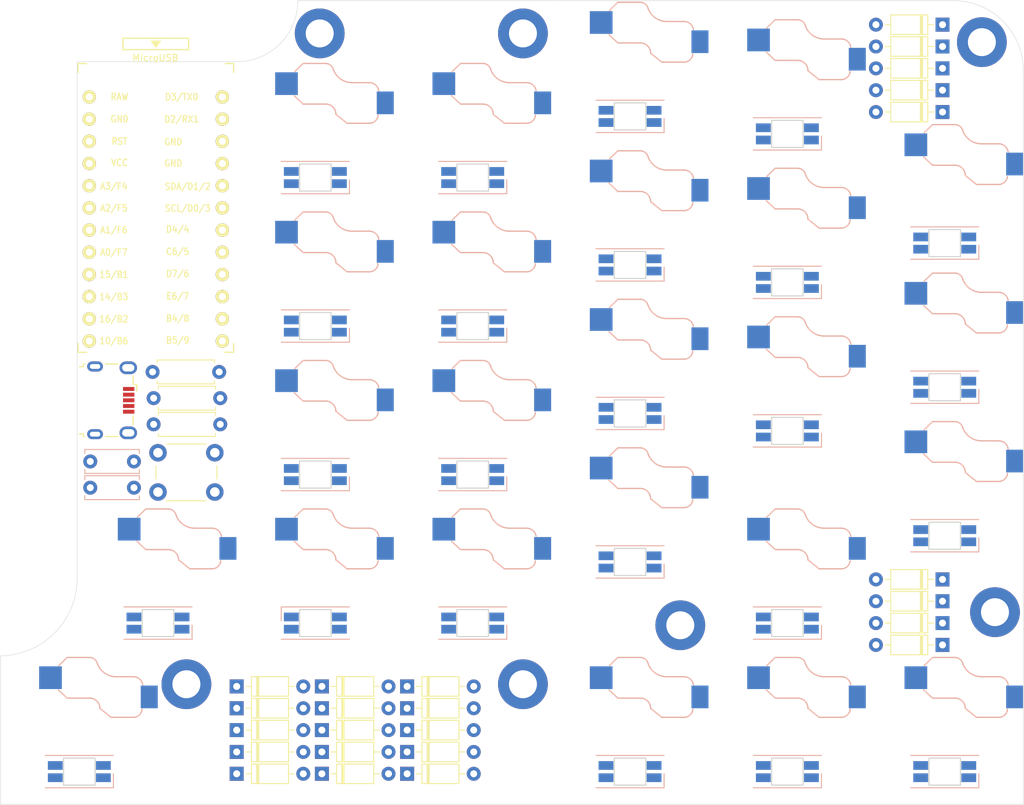
<source format=kicad_pcb>
(kicad_pcb (version 20210925) (generator pcbnew)
  (layers (0 "F.Cu" signal) (31 "B.Cu" signal) (34 "B.Paste" user) (35 "F.Paste" user) (36 "B.SilkS" user "B.Silkscreen") (37 "F.SilkS" user "F.Silkscreen") (38 "B.Mask" user) (39 "F.Mask" user) (44 "Edge.Cuts" user))
  (net 0 "")
  (net 1 "GND")
  (net 2 "+5V")
  (net 3 "Net-(D24-Pad2)")
  (net 4 "/rrow1")
  (net 5 "Net-(D25-Pad2)")
  (net 6 "/rrow2")
  (net 7 "Net-(D26-Pad2)")
  (net 8 "/rrow3")
  (net 9 "Net-(D27-Pad2)")
  (net 10 "/rrow4")
  (net 11 "Net-(D28-Pad2)")
  (net 12 "/rrow0")
  (net 13 "Net-(D29-Pad2)")
  (net 14 "Net-(D30-Pad2)")
  (net 15 "Net-(D31-Pad2)")
  (net 16 "Net-(D32-Pad2)")
  (net 17 "Net-(D33-Pad2)")
  (net 18 "Net-(D34-Pad2)")
  (net 19 "Net-(D35-Pad2)")
  (net 20 "Net-(D36-Pad2)")
  (net 21 "Net-(D37-Pad2)")
  (net 22 "Net-(D38-Pad2)")
  (net 23 "Net-(D39-Pad2)")
  (net 24 "Net-(D40-Pad2)")
  (net 25 "Net-(D41-Pad2)")
  (net 26 "Net-(D42-Pad2)")
  (net 27 "Net-(D43-Pad2)")
  (net 28 "Net-(D44-Pad2)")
  (net 29 "Net-(D45-Pad2)")
  (net 30 "Net-(D46-Pad2)")
  (net 31 "Net-(LED24-Pad2)")
  (net 32 "Net-(LED24-Pad4)")
  (net 33 "Net-(LED25-Pad2)")
  (net 34 "Net-(LED26-Pad2)")
  (net 35 "Net-(LED26-Pad4)")
  (net 36 "Net-(LED27-Pad2)")
  (net 37 "Net-(LED28-Pad2)")
  (net 38 "/rLED")
  (net 39 "Net-(LED29-Pad2)")
  (net 40 "Net-(LED30-Pad2)")
  (net 41 "Net-(LED31-Pad2)")
  (net 42 "Net-(LED32-Pad2)")
  (net 43 "Net-(LED33-Pad2)")
  (net 44 "Net-(LED34-Pad2)")
  (net 45 "Net-(LED35-Pad2)")
  (net 46 "Net-(LED36-Pad2)")
  (net 47 "Net-(LED37-Pad2)")
  (net 48 "Net-(LED39-Pad2)")
  (net 49 "Net-(LED40-Pad2)")
  (net 50 "Net-(LED41-Pad2)")
  (net 51 "Net-(LED42-Pad2)")
  (net 52 "/rSDA")
  (net 53 "/rSCL")
  (net 54 "/rcol0")
  (net 55 "/rcol1")
  (net 56 "/rcol2")
  (net 57 "/rcol3")
  (net 58 "/rcol4")
  (net 59 "/rRST")
  (net 65 "Net-(LED25-Pad4)")
  (net 66 "Net-(LED27-Pad4)")
  (net 69 "Net-(D48-Pad2)")
  (net 70 "Net-(LED28-Pad4)")
  (net 71 "Net-(LED38-Pad2)")
  (footprint "Diode_THT:D_DO-35_SOD27_P7.62mm_Horizontal" (layer "F.Cu") (at 265.75 20.5 180)
    (fp_text reference "D24" hide)
    (fp_text value "1N4148" hide)
    (pad "1" thru_hole rect locked (at 0 0 180) (size 1.6 1.6) (drill 0.8) (layers *.Cu *.Mask) (net 12 "/rrow0"))
    (pad "2" thru_hole oval locked (at 7.62 0 180) (size 1.6 1.6) (drill 0.8) (layers *.Cu *.Mask) (net 3 "Net-(D24-Pad2)"))
  )
  (footprint "Diode_THT:D_DO-35_SOD27_P7.62mm_Horizontal" (layer "F.Cu") (at 185 96.25)
    (fp_text reference "D27" hide)
    (fp_text value "1N4148" hide)
    (pad "1" thru_hole rect locked (at 0 0) (size 1.6 1.6) (drill 0.8) (layers *.Cu *.Mask) (net 8 "/rrow3"))
    (pad "2" thru_hole oval locked (at 7.62 0) (size 1.6 1.6) (drill 0.8) (layers *.Cu *.Mask) (net 9 "Net-(D27-Pad2)"))
  )
  (footprint "Diode_THT:D_DO-35_SOD27_P7.62mm_Horizontal" (layer "F.Cu") (at 265.75 84 180)
    (fp_text reference "D28" hide)
    (fp_text value "1N4148" hide)
    (pad "1" thru_hole rect locked (at 0 0 180) (size 1.6 1.6) (drill 0.8) (layers *.Cu *.Mask) (net 10 "/rrow4"))
    (pad "2" thru_hole oval locked (at 7.62 0 180) (size 1.6 1.6) (drill 0.8) (layers *.Cu *.Mask) (net 11 "Net-(D28-Pad2)"))
  )
  (footprint "Diode_THT:D_DO-35_SOD27_P7.62mm_Horizontal" (layer "F.Cu") (at 265.75 23 180)
    (fp_text reference "D29" hide)
    (fp_text value "1N4148" hide)
    (pad "1" thru_hole rect locked (at 0 0 180) (size 1.6 1.6) (drill 0.8) (layers *.Cu *.Mask) (net 12 "/rrow0"))
    (pad "2" thru_hole oval locked (at 7.62 0 180) (size 1.6 1.6) (drill 0.8) (layers *.Cu *.Mask) (net 13 "Net-(D29-Pad2)"))
  )
  (footprint "Diode_THT:D_DO-35_SOD27_P7.62mm_Horizontal" (layer "F.Cu") (at 204.5 98.75)
    (fp_text reference "D30" hide)
    (fp_text value "1N4148" hide)
    (pad "1" thru_hole rect locked (at 0 0) (size 1.6 1.6) (drill 0.8) (layers *.Cu *.Mask) (net 4 "/rrow1"))
    (pad "2" thru_hole oval locked (at 7.62 0) (size 1.6 1.6) (drill 0.8) (layers *.Cu *.Mask) (net 14 "Net-(D30-Pad2)"))
  )
  (footprint "Diode_THT:D_DO-35_SOD27_P7.62mm_Horizontal" (layer "F.Cu") (at 185 98.75)
    (fp_text reference "D32" hide)
    (fp_text value "1N4148" hide)
    (pad "1" thru_hole rect locked (at 0 0) (size 1.6 1.6) (drill 0.8) (layers *.Cu *.Mask) (net 8 "/rrow3"))
    (pad "2" thru_hole oval locked (at 7.62 0) (size 1.6 1.6) (drill 0.8) (layers *.Cu *.Mask) (net 16 "Net-(D32-Pad2)"))
  )
  (footprint "Diode_THT:D_DO-35_SOD27_P7.62mm_Horizontal" (layer "F.Cu") (at 265.75 25.5 180)
    (fp_text reference "D34" hide)
    (fp_text value "1N4148" hide)
    (pad "1" thru_hole rect locked (at 0 0 180) (size 1.6 1.6) (drill 0.8) (layers *.Cu *.Mask) (net 12 "/rrow0"))
    (pad "2" thru_hole oval locked (at 7.62 0 180) (size 1.6 1.6) (drill 0.8) (layers *.Cu *.Mask) (net 18 "Net-(D34-Pad2)"))
  )
  (footprint "Diode_THT:D_DO-35_SOD27_P7.62mm_Horizontal" (layer "F.Cu") (at 204.5 101.25)
    (fp_text reference "D35" hide)
    (fp_text value "1N4148" hide)
    (pad "1" thru_hole rect locked (at 0 0) (size 1.6 1.6) (drill 0.8) (layers *.Cu *.Mask) (net 4 "/rrow1"))
    (pad "2" thru_hole oval locked (at 7.62 0) (size 1.6 1.6) (drill 0.8) (layers *.Cu *.Mask) (net 19 "Net-(D35-Pad2)"))
  )
  (footprint "Diode_THT:D_DO-35_SOD27_P7.62mm_Horizontal" (layer "F.Cu") (at 265.75 86.5 180)
    (fp_text reference "D38" hide)
    (fp_text value "1N4148" hide)
    (pad "1" thru_hole rect locked (at 0 0 180) (size 1.6 1.6) (drill 0.8) (layers *.Cu *.Mask) (net 10 "/rrow4"))
    (pad "2" thru_hole oval locked (at 7.62 0 180) (size 1.6 1.6) (drill 0.8) (layers *.Cu *.Mask) (net 22 "Net-(D38-Pad2)"))
  )
  (footprint "Diode_THT:D_DO-35_SOD27_P7.62mm_Horizontal" (layer "F.Cu") (at 204.5 103.75)
    (fp_text reference "D40" hide)
    (fp_text value "1N4148" hide)
    (pad "1" thru_hole rect locked (at 0 0) (size 1.6 1.6) (drill 0.8) (layers *.Cu *.Mask) (net 4 "/rrow1"))
    (pad "2" thru_hole oval locked (at 7.62 0) (size 1.6 1.6) (drill 0.8) (layers *.Cu *.Mask) (net 24 "Net-(D40-Pad2)"))
  )
  (footprint "Diode_THT:D_DO-35_SOD27_P7.62mm_Horizontal" (layer "F.Cu") (at 194.75 103.75)
    (fp_text reference "D41" hide)
    (fp_text value "1N4148" hide)
    (pad "1" thru_hole rect locked (at 0 0) (size 1.6 1.6) (drill 0.8) (layers *.Cu *.Mask) (net 6 "/rrow2"))
    (pad "2" thru_hole oval locked (at 7.62 0) (size 1.6 1.6) (drill 0.8) (layers *.Cu *.Mask) (net 25 "Net-(D41-Pad2)"))
  )
  (footprint "Diode_THT:D_DO-35_SOD27_P7.62mm_Horizontal" (layer "F.Cu") (at 185 103.75)
    (fp_text reference "D42" hide)
    (fp_text value "1N4148" hide)
    (pad "1" thru_hole rect locked (at 0 0) (size 1.6 1.6) (drill 0.8) (layers *.Cu *.Mask) (net 8 "/rrow3"))
    (pad "2" thru_hole oval locked (at 7.62 0) (size 1.6 1.6) (drill 0.8) (layers *.Cu *.Mask) (net 26 "Net-(D42-Pad2)"))
  )
  (footprint "Diode_THT:D_DO-35_SOD27_P7.62mm_Horizontal" (layer "F.Cu") (at 265.75 30.5 180)
    (fp_text reference "D43" hide)
    (fp_text value "1N4148" hide)
    (pad "1" thru_hole rect locked (at 0 0 180) (size 1.6 1.6) (drill 0.8) (layers *.Cu *.Mask) (net 12 "/rrow0"))
    (pad "2" thru_hole oval locked (at 7.62 0 180) (size 1.6 1.6) (drill 0.8) (layers *.Cu *.Mask) (net 27 "Net-(D43-Pad2)"))
  )
  (footprint "Diode_THT:D_DO-35_SOD27_P7.62mm_Horizontal" (layer "F.Cu") (at 204.5 106.25)
    (fp_text reference "D44" hide)
    (fp_text value "1N4148" hide)
    (pad "1" thru_hole rect locked (at 0 0) (size 1.6 1.6) (drill 0.8) (layers *.Cu *.Mask) (net 4 "/rrow1"))
    (pad "2" thru_hole oval locked (at 7.62 0) (size 1.6 1.6) (drill 0.8) (layers *.Cu *.Mask) (net 28 "Net-(D44-Pad2)"))
  )
  (footprint "Diode_THT:D_DO-35_SOD27_P7.62mm_Horizontal" (layer "F.Cu") (at 194.75 106.25)
    (fp_text reference "D45" hide)
    (fp_text value "1N4148" hide)
    (pad "1" thru_hole rect locked (at 0 0) (size 1.6 1.6) (drill 0.8) (layers *.Cu *.Mask) (net 6 "/rrow2"))
    (pad "2" thru_hole oval locked (at 7.62 0) (size 1.6 1.6) (drill 0.8) (layers *.Cu *.Mask) (net 29 "Net-(D45-Pad2)"))
  )
  (footprint "Resistor_THT:R_Axial_DIN0207_L6.3mm_D2.5mm_P7.62mm_Horizontal" (layer "F.Cu") (at 175.5 66.25)
    (fp_text reference "R3" hide)
    (fp_text value "10k" hide)
    (pad "1" thru_hole circle locked (at 0 0) (size 1.6 1.6) (drill 0.8) (layers *.Cu *.Mask) (net 53 "/rSCL"))
    (pad "2" thru_hole oval locked (at 7.62 0) (size 1.6 1.6) (drill 0.8) (layers *.Cu *.Mask) (net 2 "+5V"))
  )
  (footprint "kbd:ChocV1_Hotswap" (layer "F.Cu") (at 194 33.25 180)
    (fp_text reference "SW24" hide)
    (fp_text value "SW_Push" hide)
    (pad "" np_thru_hole circle (at -5 3.75 180) (size 3 3) (drill 3) (layers *.Cu *.Mask))
    (pad "" np_thru_hole circle (at 0 5.95 180) (size 3 3) (drill 3) (layers *.Cu *.Mask))
    (pad "" np_thru_hole circle (at 0 0 180) (size 3.4 3.4) (drill 3.4) (layers F&B.Cu *.Mask))
    (pad "" np_thru_hole circle (at 5.5 0 180) (size 1.9 1.9) (drill 1.9) (layers F&B.Cu *.Mask))
    (pad "" np_thru_hole circle (at 5.22 -4.2 180) (size 0.9906 0.9906) (drill 0.9906) (layers *.Cu *.Mask))
    (pad "" np_thru_hole circle (at -5.5 0 180) (size 1.9 1.9) (drill 1.9) (layers F&B.Cu *.Mask))
    (pad "1" smd rect (at 3.3 6 180) (size 2.6 2.6) (layers "B.Cu" "B.Paste" "B.Mask") (net 54 "/rcol0"))
    (pad "2" smd rect (at -8 3.8 180) (size 1.95 2.6) (layers "B.Cu" "B.Paste" "B.Mask") (net 3 "Net-(D24-Pad2)"))
  )
  (footprint "kbd:ChocV1_Hotswap" (layer "F.Cu") (at 194 50.25 180)
    (fp_text reference "SW25" hide)
    (fp_text value "SW_Push" hide)
    (pad "" np_thru_hole circle (at -5.5 0 180) (size 1.9 1.9) (drill 1.9) (layers F&B.Cu *.Mask))
    (pad "" np_thru_hole circle (at 5.22 -4.2 180) (size 0.9906 0.9906) (drill 0.9906) (layers *.Cu *.Mask))
    (pad "" np_thru_hole circle (at 5.5 0 180) (size 1.9 1.9) (drill 1.9) (layers F&B.Cu *.Mask))
    (pad "" np_thru_hole circle (at 0 5.95 180) (size 3 3) (drill 3) (layers *.Cu *.Mask))
    (pad "" np_thru_hole circle (at -5 3.75 180) (size 3 3) (drill 3) (layers *.Cu *.Mask))
    (pad "" np_thru_hole circle (at 0 0 180) (size 3.4 3.4) (drill 3.4) (layers F&B.Cu *.Mask))
    (pad "1" smd rect (at 3.3 6 180) (size 2.6 2.6) (layers "B.Cu" "B.Paste" "B.Mask") (net 54 "/rcol0"))
    (pad "2" smd rect (at -8 3.8 180) (size 1.95 2.6) (layers "B.Cu" "B.Paste" "B.Mask") (net 5 "Net-(D25-Pad2)"))
  )
  (footprint "kbd:ChocV1_Hotswap" (layer "F.Cu") (at 194 67.25 180)
    (fp_text reference "SW26" hide)
    (fp_text value "SW_Push" hide)
    (pad "" np_thru_hole circle (at 0 0 180) (size 3.4 3.4) (drill 3.4) (layers F&B.Cu *.Mask))
    (pad "" np_thru_hole circle (at 5.5 0 180) (size 1.9 1.9) (drill 1.9) (layers F&B.Cu *.Mask))
    (pad "" np_thru_hole circle (at 5.22 -4.2 180) (size 0.9906 0.9906) (drill 0.9906) (layers *.Cu *.Mask))
    (pad "" np_thru_hole circle (at -5.5 0 180) (size 1.9 1.9) (drill 1.9) (layers F&B.Cu *.Mask))
    (pad "" np_thru_hole circle (at 0 5.95 180) (size 3 3) (drill 3) (layers *.Cu *.Mask))
    (pad "" np_thru_hole circle (at -5 3.75 180) (size 3 3) (drill 3) (layers *.Cu *.Mask))
    (pad "1" smd rect (at 3.3 6 180) (size 2.6 2.6) (layers "B.Cu" "B.Paste" "B.Mask") (net 54 "/rcol0"))
    (pad "2" smd rect (at -8 3.8 180) (size 1.95 2.6) (layers "B.Cu" "B.Paste" "B.Mask") (net 7 "Net-(D26-Pad2)"))
  )
  (footprint "kbd:ChocV1_Hotswap" (layer "F.Cu") (at 230 101.25 180)
    (fp_text reference "SW28" hide)
    (fp_text value "SW_Push" hide)
    (pad "" np_thru_hole circle (at 5.22 -4.2 180) (size 0.9906 0.9906) (drill 0.9906) (layers *.Cu *.Mask))
    (pad "" np_thru_hole circle (at 0 0 180) (size 3.4 3.4) (drill 3.4) (layers F&B.Cu *.Mask))
    (pad "" np_thru_hole circle (at -5 3.75 180) (size 3 3) (drill 3) (layers *.Cu *.Mask))
    (pad "" np_thru_hole circle (at -5.5 0 180) (size 1.9 1.9) (drill 1.9) (layers F&B.Cu *.Mask))
    (pad "" np_thru_hole circle (at 0 5.95 180) (size 3 3) (drill 3) (layers *.Cu *.Mask))
    (pad "" np_thru_hole circle (at 5.5 0 180) (size 1.9 1.9) (drill 1.9) (layers F&B.Cu *.Mask))
    (pad "1" smd rect (at 3.3 6 180) (size 2.6 2.6) (layers "B.Cu" "B.Paste" "B.Mask") (net 54 "/rcol0"))
    (pad "2" smd rect (at -8 3.8 180) (size 1.95 2.6) (layers "B.Cu" "B.Paste" "B.Mask") (net 11 "Net-(D28-Pad2)"))
  )
  (footprint "kbd:ChocV1_Hotswap" (layer "F.Cu") (at 212 33.25 180)
    (fp_text reference "SW29" hide)
    (fp_text value "SW_Push" hide)
    (pad "" np_thru_hole circle (at 0 0 180) (size 3.4 3.4) (drill 3.4) (layers F&B.Cu *.Mask))
    (pad "" np_thru_hole circle (at 5.22 -4.2 180) (size 0.9906 0.9906) (drill 0.9906) (layers *.Cu *.Mask))
    (pad "" np_thru_hole circle (at -5.5 0 180) (size 1.9 1.9) (drill 1.9) (layers F&B.Cu *.Mask))
    (pad "" np_thru_hole circle (at 0 5.95 180) (size 3 3) (drill 3) (layers *.Cu *.Mask))
    (pad "" np_thru_hole circle (at -5 3.75 180) (size 3 3) (drill 3) (layers *.Cu *.Mask))
    (pad "" np_thru_hole circle (at 5.5 0 180) (size 1.9 1.9) (drill 1.9) (layers F&B.Cu *.Mask))
    (pad "1" smd rect (at 3.3 6 180) (size 2.6 2.6) (layers "B.Cu" "B.Paste" "B.Mask") (net 55 "/rcol1"))
    (pad "2" smd rect (at -8 3.8 180) (size 1.95 2.6) (layers "B.Cu" "B.Paste" "B.Mask") (net 13 "Net-(D29-Pad2)"))
  )
  (footprint "kbd:ChocV1_Hotswap" (layer "F.Cu") (at 212 50.25 180)
    (fp_text reference "SW30" hide)
    (fp_text value "SW_Push" hide)
    (pad "" np_thru_hole circle (at -5 3.75 180) (size 3 3) (drill 3) (layers *.Cu *.Mask))
    (pad "" np_thru_hole circle (at 0 5.95 180) (size 3 3) (drill 3) (layers *.Cu *.Mask))
    (pad "" np_thru_hole circle (at 5.5 0 180) (size 1.9 1.9) (drill 1.9) (layers F&B.Cu *.Mask))
    (pad "" np_thru_hole circle (at 0 0 180) (size 3.4 3.4) (drill 3.4) (layers F&B.Cu *.Mask))
    (pad "" np_thru_hole circle (at 5.22 -4.2 180) (size 0.9906 0.9906) (drill 0.9906) (layers *.Cu *.Mask))
    (pad "" np_thru_hole circle (at -5.5 0 180) (size 1.9 1.9) (drill 1.9) (layers F&B.Cu *.Mask))
    (pad "1" smd rect (at 3.3 6 180) (size 2.6 2.6) (layers "B.Cu" "B.Paste" "B.Mask") (net 55 "/rcol1"))
    (pad "2" smd rect (at -8 3.8 180) (size 1.95 2.6) (layers "B.Cu" "B.Paste" "B.Mask") (net 14 "Net-(D30-Pad2)"))
  )
  (footprint "kbd:ChocV1_Hotswap" (layer "F.Cu") (at 212 67.25 180)
    (fp_text reference "SW31" hide)
    (fp_text value "SW_Push" hide)
    (pad "" np_thru_hole circle (at 0 0 180) (size 3.4 3.4) (drill 3.4) (layers F&B.Cu *.Mask))
    (pad "" np_thru_hole circle (at 5.5 0 180) (size 1.9 1.9) (drill 1.9) (layers F&B.Cu *.Mask))
    (pad "" np_thru_hole circle (at -5.5 0 180) (size 1.9 1.9) (drill 1.9) (layers F&B.Cu *.Mask))
    (pad "" np_thru_hole circle (at 0 5.95 180) (size 3 3) (drill 3) (layers *.Cu *.Mask))
    (pad "" np_thru_hole circle (at -5 3.75 180) (size 3 3) (drill 3) (layers *.Cu *.Mask))
    (pad "" np_thru_hole circle (at 5.22 -4.2 180) (size 0.9906 0.9906) (drill 0.9906) (layers *.Cu *.Mask))
    (pad "1" smd rect (at 3.3 6 180) (size 2.6 2.6) (layers "B.Cu" "B.Paste" "B.Mask") (net 55 "/rcol1"))
    (pad "2" smd rect (at -8 3.8 180) (size 1.95 2.6) (layers "B.Cu" "B.Paste" "B.Mask") (net 15 "Net-(D31-Pad2)"))
  )
  (footprint "kbd:ChocV1_Hotswap" (layer "F.Cu") (at 248 84.25 180)
    (fp_text reference "SW33" hide)
    (fp_text value "SW_Push" hide)
    (pad "" np_thru_hole circle (at -5.5 0 180) (size 1.9 1.9) (drill 1.9) (layers F&B.Cu *.Mask))
    (pad "" np_thru_hole circle (at -5 3.75 180) (size 3 3) (drill 3) (layers *.Cu *.Mask))
    (pad "" np_thru_hole circle (at 5.22 -4.2 180) (size 0.9906 0.9906) (drill 0.9906) (layers *.Cu *.Mask))
    (pad "" np_thru_hole circle (at 5.5 0 180) (size 1.9 1.9) (drill 1.9) (layers F&B.Cu *.Mask))
    (pad "" np_thru_hole circle (at 0 0 180) (size 3.4 3.4) (drill 3.4) (layers F&B.Cu *.Mask))
    (pad "" np_thru_hole circle (at 0 5.95 180) (size 3 3) (drill 3) (layers *.Cu *.Mask))
    (pad "1" smd rect (at 3.3 6 180) (size 2.6 2.6) (layers "B.Cu" "B.Paste" "B.Mask") (net 55 "/rcol1"))
    (pad "2" smd rect (at -8 3.8 180) (size 1.95 2.6) (layers "B.Cu" "B.Paste" "B.Mask") (net 17 "Net-(D33-Pad2)"))
  )
  (footprint "kbd:ChocV1_Hotswap" (layer "F.Cu") (at 230 26.25 180)
    (fp_text reference "SW34" hide)
    (fp_text value "SW_Push" hide)
    (pad "" np_thru_hole circle (at 5.22 -4.2 180) (size 0.9906 0.9906) (drill 0.9906) (layers *.Cu *.Mask))
    (pad "" np_thru_hole circle (at -5.5 0 180) (size 1.9 1.9) (drill 1.9) (layers F&B.Cu *.Mask))
    (pad "" np_thru_hole circle (at 0 5.95 180) (size 3 3) (drill 3) (layers *.Cu *.Mask))
    (pad "" np_thru_hole circle (at 0 0 180) (size 3.4 3.4) (drill 3.4) (layers F&B.Cu *.Mask))
    (pad "" np_thru_hole circle (at -5 3.75 180) (size 3 3) (drill 3) (layers *.Cu *.Mask))
    (pad "" np_thru_hole circle (at 5.5 0 180) (size 1.9 1.9) (drill 1.9) (layers F&B.Cu *.Mask))
    (pad "1" smd rect (at 3.3 6 180) (size 2.6 2.6) (layers "B.Cu" "B.Paste" "B.Mask") (net 56 "/rcol2"))
    (pad "2" smd rect (at -8 3.8 180) (size 1.95 2.6) (layers "B.Cu" "B.Paste" "B.Mask") (net 18 "Net-(D34-Pad2)"))
  )
  (footprint "kbd:ChocV1_Hotswap" (layer "F.Cu") (at 230 43.25 180)
    (fp_text reference "SW35" hide)
    (fp_text value "SW_Push" hide)
    (pad "" np_thru_hole circle (at 5.22 -4.2 180) (size 0.9906 0.9906) (drill 0.9906) (layers *.Cu *.Mask))
    (pad "" np_thru_hole circle (at 0 0 180) (size 3.4 3.4) (drill 3.4) (layers F&B.Cu *.Mask))
    (pad "" np_thru_hole circle (at 5.5 0 180) (size 1.9 1.9) (drill 1.9) (layers F&B.Cu *.Mask))
    (pad "" np_thru_hole circle (at -5.5 0 180) (size 1.9 1.9) (drill 1.9) (layers F&B.Cu *.Mask))
    (pad "" np_thru_hole circle (at 0 5.95 180) (size 3 3) (drill 3) (layers *.Cu *.Mask))
    (pad "" np_thru_hole circle (at -5 3.75 180) (size 3 3) (drill 3) (layers *.Cu *.Mask))
    (pad "1" smd rect (at 3.3 6 180) (size 2.6 2.6) (layers "B.Cu" "B.Paste" "B.Mask") (net 56 "/rcol2"))
    (pad "2" smd rect (at -8 3.8 180) (size 1.95 2.6) (layers "B.Cu" "B.Paste" "B.Mask") (net 19 "Net-(D35-Pad2)"))
  )
  (footprint "kbd:ChocV1_Hotswap" (layer "F.Cu") (at 230 60.25 180)
    (fp_text reference "SW36" hide)
    (fp_text value "SW_Push" hide)
    (pad "" np_thru_hole circle (at -5.5 0 180) (size 1.9 1.9) (drill 1.9) (layers F&B.Cu *.Mask))
    (pad "" np_thru_hole circle (at -5 3.75 180) (size 3 3) (drill 3) (layers *.Cu *.Mask))
    (pad "" np_thru_hole circle (at 5.5 0 180) (size 1.9 1.9) (drill 1.9) (layers F&B.Cu *.Mask))
    (pad "" np_thru_hole circle (at 0 0 180) (size 3.4 3.4) (drill 3.4) (layers F&B.Cu *.Mask))
    (pad "" np_thru_hole circle (at 0 5.95 180) (size 3 3) (drill 3) (layers *.Cu *.Mask))
    (pad "" np_thru_hole circle (at 5.22 -4.2 180) (size 0.9906 0.9906) (drill 0.9906) (layers *.Cu *.Mask))
    (pad "1" smd rect (at 3.3 6 180) (size 2.6 2.6) (layers "B.Cu" "B.Paste" "B.Mask") (net 56 "/rcol2"))
    (pad "2" smd rect (at -8 3.8 180) (size 1.95 2.6) (layers "B.Cu" "B.Paste" "B.Mask") (net 20 "Net-(D36-Pad2)"))
  )
  (footprint "kbd:ChocV1_Hotswap" (layer "F.Cu") (at 248 101.25 180)
    (fp_text reference "SW38" hide)
    (fp_text value "SW_Push" hide)
    (pad "" np_thru_hole circle (at -5.5 0 180) (size 1.9 1.9) (drill 1.9) (layers F&B.Cu *.Mask))
    (pad "" np_thru_hole circle (at -5 3.75 180) (size 3 3) (drill 3) (layers *.Cu *.Mask))
    (pad "" np_thru_hole circle (at 0 5.95 180) (size 3 3) (drill 3) (layers *.Cu *.Mask))
    (pad "" np_thru_hole circle (at 5.5 0 180) (size 1.9 1.9) (drill 1.9) (layers F&B.Cu *.Mask))
    (pad "" np_thru_hole circle (at 0 0 180) (size 3.4 3.4) (drill 3.4) (layers F&B.Cu *.Mask))
    (pad "" np_thru_hole circle (at 5.22 -4.2 180) (size 0.9906 0.9906) (drill 0.9906) (layers *.Cu *.Mask))
    (pad "1" smd rect (at 3.3 6 180) (size 2.6 2.6) (layers "B.Cu" "B.Paste" "B.Mask") (net 56 "/rcol2"))
    (pad "2" smd rect (at -8 3.8 180) (size 1.95 2.6) (layers "B.Cu" "B.Paste" "B.Mask") (net 22 "Net-(D38-Pad2)"))
  )
  (footprint "kbd:ChocV1_Hotswap" (layer "F.Cu") (at 248 28.25 180)
    (fp_text reference "SW39" hide)
    (fp_text value "SW_Push" hide)
    (pad "" np_thru_hole circle (at 0 5.95 180) (size 3 3) (drill 3) (layers *.Cu *.Mask))
    (pad "" np_thru_hole circle (at -5 3.75 180) (size 3 3) (drill 3) (layers *.Cu *.Mask))
    (pad "" np_thru_hole circle (at 5.5 0 180) (size 1.9 1.9) (drill 1.9) (layers F&B.Cu *.Mask))
    (pad "" np_thru_hole circle (at 5.22 -4.2 180) (size 0.9906 0.9906) (drill 0.9906) (layers *.Cu *.Mask))
    (pad "" np_thru_hole circle (at -5.5 0 180) (size 1.9 1.9) (drill 1.9) (layers F&B.Cu *.Mask))
    (pad "" np_thru_hole circle (at 0 0 180) (size 3.4 3.4) (drill 3.4) (layers F&B.Cu *.Mask))
    (pad "1" smd rect (at 3.3 6 180) (size 2.6 2.6) (layers "B.Cu" "B.Paste" "B.Mask") (net 57 "/rcol3"))
    (pad "2" smd rect (at -8 3.8 180) (size 1.95 2.6) (layers "B.Cu" "B.Paste" "B.Mask") (net 23 "Net-(D39-Pad2)"))
  )
  (footprint "kbd:ChocV1_Hotswap" (layer "F.Cu") (at 248 45.25 180)
    (fp_text reference "SW40" hide)
    (fp_text value "SW_Push" hide)
    (pad "" np_thru_hole circle (at 5.5 0 180) (size 1.9 1.9) (drill 1.9) (layers F&B.Cu *.Mask))
    (pad "" np_thru_hole circle (at -5.5 0 180) (size 1.9 1.9) (drill 1.9) (layers F&B.Cu *.Mask))
    (pad "" np_thru_hole circle (at 5.22 -4.2 180) (size 0.9906 0.9906) (drill 0.9906) (layers *.Cu *.Mask))
    (pad "" np_thru_hole circle (at 0 0 180) (size 3.4 3.4) (drill 3.4) (layers F&B.Cu *.Mask))
    (pad "" np_thru_hole circle (at -5 3.75 180) (size 3 3) (drill 3) (layers *.Cu *.Mask))
    (pad "" np_thru_hole circle (at 0 5.95 180) (size 3 3) (drill 3) (layers *.Cu *.Mask))
    (pad "1" smd rect (at 3.3 6 180) (size 2.6 2.6) (layers "B.Cu" "B.Paste" "B.Mask") (net 57 "/rcol3"))
    (pad "2" smd rect (at -8 3.8 180) (size 1.95 2.6) (layers "B.Cu" "B.Paste" "B.Mask") (net 24 "Net-(D40-Pad2)"))
  )
  (footprint "kbd:ChocV1_Hotswap" (layer "F.Cu") (at 248 62.25 180)
    (fp_text reference "SW41" hide)
    (fp_text value "SW_Push" hide)
    (pad "" np_thru_hole circle (at 0 5.95 180) (size 3 3) (drill 3) (layers *.Cu *.Mask))
    (pad "" np_thru_hole circle (at 5.5 0 180) (size 1.9 1.9) (drill 1.9) (layers F&B.Cu *.Mask))
    (pad "" np_thru_hole circle (at 5.22 -4.2 180) (size 0.9906 0.9906) (drill 0.9906) (layers *.Cu *.Mask))
    (pad "" np_thru_hole circle (at -5 3.75 180) (size 3 3) (drill 3) (layers *.Cu *.Mask))
    (pad "" np_thru_hole circle (at -5.5 0 180) (size 1.9 1.9) (drill 1.9) (layers F&B.Cu *.Mask))
    (pad "" np_thru_hole circle (at 0 0 180) (size 3.4 3.4) (drill 3.4) (layers F&B.Cu *.Mask))
    (pad "1" smd rect (at 3.3 6 180) (size 2.6 2.6) (layers "B.Cu" "B.Paste" "B.Mask") (net 57 "/rcol3"))
    (pad "2" smd rect (at -8 3.8 180) (size 1.95 2.6) (layers "B.Cu" "B.Paste" "B.Mask") (net 25 "Net-(D41-Pad2)"))
  )
  (footprint "kbd:ChocV1_Hotswap" (layer "F.Cu") (at 266 40.25 180)
    (fp_text reference "SW43" hide)
    (fp_text value "SW_Push" hide)
    (pad "" np_thru_hole circle (at 0 5.95 180) (size 3 3) (drill 3) (layers *.Cu *.Mask))
    (pad "" np_thru_hole circle (at 5.5 0 180) (size 1.9 1.9) (drill 1.9) (layers F&B.Cu *.Mask))
    (pad "" np_thru_hole circle (at 0 0 180) (size 3.4 3.4) (drill 3.4) (layers F&B.Cu *.Mask))
    (pad "" np_thru_hole circle (at -5 3.75 180) (size 3 3) (drill 3) (layers *.Cu *.Mask))
    (pad "" np_thru_hole circle (at 5.22 -4.2 180) (size 0.9906 0.9906) (drill 0.9906) (layers *.Cu *.Mask))
    (pad "" np_thru_hole circle (at -5.5 0 180) (size 1.9 1.9) (drill 1.9) (layers F&B.Cu *.Mask))
    (pad "1" smd rect (at 3.3 6 180) (size 2.6 2.6) (layers "B.Cu" "B.Paste" "B.Mask") (net 58 "/rcol4"))
    (pad "2" smd rect (at -8 3.8 180) (size 1.95 2.6) (layers "B.Cu" "B.Paste" "B.Mask") (net 27 "Net-(D43-Pad2)"))
  )
  (footprint "kbd:ChocV1_Hotswap" (layer "F.Cu") (at 266 57.25 180)
    (fp_text reference "SW44" hide)
    (fp_text value "SW_Push" hide)
    (pad "" np_thru_hole circle (at 0 5.95 180) (size 3 3) (drill 3) (layers *.Cu *.Mask))
    (pad "" np_thru_hole circle (at 5.22 -4.2 180) (size 0.9906 0.9906) (drill 0.9906) (layers *.Cu *.Mask))
    (pad "" np_thru_hole circle (at 0 0 180) (size 3.4 3.4) (drill 3.4) (layers F&B.Cu *.Mask))
    (pad "" np_thru_hole circle (at -5 3.75 180) (size 3 3) (drill 3) (layers *.Cu *.Mask))
    (pad "" np_thru_hole circle (at 5.5 0 180) (size 1.9 1.9) (drill 1.9) (layers F&B.Cu *.Mask))
    (pad "" np_thru_hole circle (at -5.5 0 180) (size 1.9 1.9) (drill 1.9) (layers F&B.Cu *.Mask))
    (pad "1" smd rect (at 3.3 6 180) (size 2.6 2.6) (layers "B.Cu" "B.Paste" "B.Mask") (net 58 "/rcol4"))
    (pad "2" smd rect (at -8 3.8 180) (size 1.95 2.6) (layers "B.Cu" "B.Paste" "B.Mask") (net 28 "Net-(D44-Pad2)"))
  )
  (footprint "kbd:ChocV1_Hotswap" (layer "F.Cu") (at 266 74.25 180)
    (fp_text reference "SW45" hide)
    (fp_text value "SW_Push" hide)
    (pad "" np_thru_hole circle (at 5.5 0 180) (size 1.9 1.9) (drill 1.9) (layers F&B.Cu *.Mask))
    (pad "" np_thru_hole circle (at -5 3.75 180) (size 3 3) (drill 3) (layers *.Cu *.Mask))
    (pad "" np_thru_hole circle (at 0 0 180) (size 3.4 3.4) (drill 3.4) (layers F&B.Cu *.Mask))
    (pad "" np_thru_hole circle (at -5.5 0 180) (size 1.9 1.9) (drill 1.9) (layers F&B.Cu *.Mask))
    (pad "" np_thru_hole circle (at 5.22 -4.2 180) (size 0.9906 0.9906) (drill 0.9906) (layers *.Cu *.Mask))
    (pad "" np_thru_hole circle (at 0 5.95 180) (size 3 3) (drill 3) (layers *.Cu *.Mask))
    (pad "1" smd rect (at 3.3 6 180) (size 2.6 2.6) (layers "B.Cu" "B.Paste" "B.Mask") (net 58 "/rcol4"))
    (pad "2" smd rect (at -8 3.8 180) (size 1.95 2.6) (layers "B.Cu" "B.Paste" "B.Mask") (net 29 "Net-(D45-Pad2)"))
  )
  (footprint "Button_Switch_THT:SW_PUSH_6mm_H7.3mm" (layer "F.Cu") (at 182.5 74 180)
    (fp_text reference "SW48" hide)
    (fp_text value "SW_Push" hide)
    (pad "1" thru_hole circle locked (at 6.5 0 270) (size 2 2) (drill 1.1) (layers *.Cu *.Mask) (net 59 "/rRST"))
    (pad "1" thru_hole circle locked (at 0 0 270) (size 2 2) (drill 1.1) (layers *.Cu *.Mask) (net 59 "/rRST"))
    (pad "2" thru_hole circle locked (at 6.5 4.5 270) (size 2 2) (drill 1.1) (layers *.Cu *.Mask) (net 1 "GND"))
    (pad "2" thru_hole circle locked (at 0 4.5 270) (size 2 2) (drill 1.1) (layers *.Cu *.Mask) (net 1 "GND"))
  )
  (footprint "kbd:ProMicro_v3.5" (layer "F.Cu") (at 175.75 43.25)
    (fp_text reference "U2" hide)
    (fp_text value "ProMicro" hide)
    (fp_text user "" (at -1.2515 -16.256) (layer "B.SilkS") (effects (justify mirror)))
    (fp_text user "10/B6" (at -4.8 13.45 unlocked) (layer "F.SilkS") (effects (font (size 0.75 0.67) (thickness 0.125))))
    (fp_text user "VCC" (at -4.15 -6.95 unlocked) (layer "F.SilkS") (effects (font (size 0.75 0.67) (thickness 0.125))))
    (fp_text user "SDA/D1/2" (at 3.65 -4.225 unlocked) (layer "F.SilkS") (effects (font (size 0.75 0.67) (thickness 0.125))))
    (fp_text user "D3/TX0" (at 2.95 -14.475 unlocked) (layer "F.SilkS") (effects (font (size 0.75 0.67) (thickness 0.125))))
    (fp_text user "RST" (at -4.15 -9.4 unlocked) (layer "F.SilkS") (effects (font (size 0.75 0.67) (thickness 0.125))))
    (fp_text user "E6/7" (at 2.5 8.325 unlocked) (layer "F.SilkS") (effects (font (size 0.75 0.67) (thickness 0.125))))
    (fp_text user "D4/4" (at 2.5 0.675 unlocked) (layer "F.SilkS") (effects (font (size 0.75 0.67) (thickness 0.125))))
    (fp_text user "C6/5" (at 2.5 3.225 unlocked) (layer "F.SilkS") (effects (font (size 0.75 0.67) (thickness 0.125))))
    (fp_text user "" (at -0.545 -17.4) (layer "F.SilkS"))
    (fp_text user "GND" (at -4.15 -11.95 unlocked) (layer "F.SilkS") (effects (font (size 0.75 0.67) (thickness 0.125))))
    (fp_text user "A2/F5" (at -4.8 -1.75 unlocked) (layer "F.SilkS") (effects (font (size 0.75 0.67) (thickness 0.125))))
    (fp_text user "A1/F6" (at -4.8 0.75 unlocked) (layer "F.SilkS") (effects (font (size 0.75 0.67) (thickness 0.125))))
    (fp_text user "15/B1" (at -4.8 5.85 unlocked) (layer "F.SilkS") (effects (font (size 0.75 0.67) (thickness 0.125))))
    (fp_text user "B4/8" (at 2.5 10.875 unlocked) (layer "F.SilkS") (effects (font (size 0.75 0.67) (thickness 0.125))))
    (fp_text user "A3/F4" (at -4.8 -4.25 unlocked) (layer "F.SilkS") (effects (font (size 0.75 0.67) (thickness 0.125))))
    (fp_text user "GND" (at 2 -9.325 unlocked) (layer "F.SilkS") (effects (font (size 0.75 0.67) (thickness 0.125))))
    (fp_text user "RAW" (at -4.15 -14.5 unlocked) (layer "F.SilkS") (effects (font (size 0.75 0.67) (thickness 0.125))))
    (fp_text user "MicroUSB" (at -0.05 -18.95) (layer "F.SilkS") (effects (font (size 0.75 0.75) (thickness 0.12))))
    (fp_text user "D2/RX1" (at 2.95 -11.925 unlocked) (layer "F.SilkS") (effects (font (size 0.75 0.67) (thickness 0.125))))
    (fp_text user "D7/6" (at 2.5 5.775 unlocked) (layer "F.SilkS") (effects (font (size 0.75 0.67) (thickness 0.125))))
    (fp_text user "GND" (at 2 -6.875 unlocked) (layer "F.SilkS") (effects (font (size 0.75 0.67) (thickness 0.125))))
    (fp_text user "A0/F7" (at -4.8 3.3 unlocked) (layer "F.SilkS") (effects (font (size 0.75 0.67) (thickness 0.125))))
    (fp_text user "16/B2" (at -4.8 10.95 unlocked) (layer "F.SilkS") (effects (font (size 0.75 0.67) (thickness 0.125))))
    (fp_text user "B5/9" (at 2.5 13.375 unlocked) (layer "F.SilkS") (effects (font (size 0.75 0.67) (thickness 0.125))))
    (fp_text user "SCL/D0/3" (at 3.65 -1.725 unlocked) (layer "F.SilkS") (effects (font (size 0.75 0.67) (thickness 0.125))))
    (fp_text user "14/B3" (at -4.8 8.4 unlocked) (layer "F.SilkS") (effects (font (size 0.75 0.67) (thickness 0.125))))
    (pad "1" thru_hole circle locked (at 7.6114 -14.478) (size 1.524 1.524) (drill 0.8128) (layers *.Cu "F.SilkS" "B.Mask") (net 38 "/rLED"))
    (pad "2" thru_hole circle locked (at 7.6114 -11.938) (size 1.524 1.524) (drill 0.8128) (layers *.Cu "F.SilkS" "B.Mask"))
    (pad "3" thru_hole circle locked (at 7.6114 -9.398) (size 1.524 1.524) (drill 0.8128) (layers *.Cu "F.SilkS" "B.Mask") (net 1 "GND"))
    (pad "4" thru_hole circle locked (at 7.6114 -6.858) (size 1.524 1.524) (drill 0.8128) (layers *.Cu "F.SilkS" "B.Mask") (net 1 "GND"))
    (pad "5" thru_hole circle locked (at 7.6114 -4.318) (size 1.524 1.524) (drill 0.8128) (layers *.Cu "F.SilkS" "B.Mask") (net 52 "/rSDA"))
    (pad "6" thru_hole circle locked (at 7.6114 -1.778) (size 1.524 1.524) (drill 0.8128) (layers *.Cu "F.SilkS" "B.Mask") (net 53 "/rSCL"))
    (pad "7" thru_hole circle locked (at 7.6114 0.762) (size 1.524 1.524) (drill 0.8128) (layers *.Cu "F.SilkS" "B.Mask") (net 54 "/rcol0"))
    (pad "8" thru_hole circle locked (at 7.6114 3.302) (size 1.524 1.524) (drill 0.8128) (layers *.Cu "F.SilkS" "B.Mask") (net 55 "/rcol1"))
    (pad "9" thru_hole circle locked (at 7.6114 5.842) (size 1.524 1.524) (drill 0.8128) (layers *.Cu "F.SilkS" "B.Mask") (net 56 "/rcol2"))
    (pad "10" thru_hole circle locked (at 7.6114 8.382) (size 1.524 1.524) (drill 0.8128) (layers *.Cu "F.SilkS" "B.Mask") (net 57 "/rcol3"))
    (pad "11" thru_hole circle locked (at 7.6114 10.922) (size 1.524 1.524) (drill 0.8128) (layers *.Cu "F.SilkS" "B.Mask") (net 58 "/rcol4"))
    (pad "12" thru_hole circle locked (at 7.6114 13.462) (size 1.524 1.524) (drill 0.8128) (layers *.Cu "F.SilkS" "B.Mask"))
    (pad "13" thru_hole circle locked (at -7.6086 13.462) (size 1.524 1.524) (drill 0.8128) (layers *.Cu "F.SilkS" "B.Mask"))
    (pad "14" thru_hole circle locked (at -7.6086 10.922) (size 1.524 1.524) (drill 0.8128) (layers *.Cu "F.SilkS" "B.Mask"))
    (pad "15" thru_hole circle locked (at -7.6086 8.382) (size 1.524 1.524) (drill 0.8128) (layers *.Cu "F.SilkS" "B.Mask"))
    (pad "16" thru_hole circle locked (at -7.6086 5.842) (size 1.524 1.524) (drill 0.8128) (layers *.Cu "F.SilkS" "B.Mask") (net 10 "/rrow4"))
    (pad "17" thru_hole circle locked (at -7.6086 3.302) (size 1.524 1.524) (drill 0.8128) (layers *.Cu "F.SilkS" "B.Mask") (net 8 "/rrow3"))
    (pad "18" thru_hole circle locked (at -7.6086 0.762) (size 1.524 1.524) (drill 0.8128) (layers *.Cu "F.SilkS" "B.Mask") (net 6 "/rrow2"))
    (pad "19" thru_hole circle locked (at -7.6086 -1.778) (size 1.524 1.524) (drill 0.8128) (layers *.Cu "F.SilkS" "B.Mask") (net 4 "/rrow1"))
    (pad "20" thru_hole circle locked (at -7.6086 -4.318) (size 1.524 1.524) (drill 0.8128) (layers *.Cu "F.SilkS" "B.Mask") (net 12 "/rrow0"))
    (pad "21" thru_hole circle locked (at -7.6086 -6.858) (size 1.524 1.524) (drill 0.8128) (layers *.Cu "F.SilkS" "B.Mask") (net 2 "+5V"))
    (pad "22" thru_hole circle locked (at -7.6086 -9.398) (size 1.524 1.524) (drill 0.8128) (layers *.Cu "F.SilkS" "B.Mask") (net 59 "/rRST"))
    (pad "23" thru_hole circle locked (at -7.6086 -11.938) (size 1.524 1.524) (drill 0.8128) (layers *.Cu "F.SilkS" "B.Mask") (net 1 "GND"))
    (pad "24" thru_hole circle locked (at -7.6086 -14.478) (size 1.524 1.524) (drill 0.8128) (layers *.Cu "F.SilkS" "B.Mask"))
  )
  (footprint "Diode_THT:D_DO-35_SOD27_P7.62mm_Horizontal" (layer "F.Cu") (at 204.5 96.25)
    (fp_text reference "D25" hide)
    (fp_text value "1N4148" hide)
    (pad "1" thru_hole rect locked (at 0 0) (size 1.6 1.6) (drill 0.8) (layers *.Cu *.Mask) (net 4 "/rrow1"))
    (pad "2" thru_hole oval locked (at 7.62 0) (size 1.6 1.6) (drill 0.8) (layers *.Cu *.Mask) (net 5 "Net-(D25-Pad2)"))
  )
  (footprint "Diode_THT:D_DO-35_SOD27_P7.62mm_Horizontal" (layer "F.Cu") (at 194.75 96.25)
    (fp_text reference "D26" hide)
    (fp_text value "1N4148" hide)
    (pad "1" thru_hole rect locked (at 0 0) (size 1.6 1.6) (drill 0.8) (layers *.Cu *.Mask) (net 6 "/rrow2"))
    (pad "2" thru_hole oval locked (at 7.62 0) (size 1.6 1.6) (drill 0.8) (layers *.Cu *.Mask) (net 7 "Net-(D26-Pad2)"))
  )
  (footprint "Diode_THT:D_DO-35_SOD27_P7.62mm_Horizontal" (layer "F.Cu") (at 194.75 98.75)
    (fp_text reference "D31" hide)
    (fp_text value "1N4148" hide)
    (pad "1" thru_hole rect locked (at 0 0) (size 1.6 1.6) (drill 0.8) (layers *.Cu *.Mask) (net 6 "/rrow2"))
    (pad "2" thru_hole oval locked (at 7.62 0) (size 1.6 1.6) (drill 0.8) (layers *.Cu *.Mask) (net 15 "Net-(D31-Pad2)"))
  )
  (footprint "Diode_THT:D_DO-35_SOD27_P7.62mm_Horizontal" (layer "F.Cu") (at 265.75 89 180)
    (fp_text reference "D33" hide)
    (fp_text value "1N4148" hide)
    (pad "1" thru_hole rect locked (at 0 0 180) (size 1.6 1.6) (drill 0.8) (layers *.Cu *.Mask) (net 10 "/rrow4"))
    (pad "2" thru_hole oval locked (at 7.62 0 180) (size 1.6 1.6) (drill 0.8) (layers *.Cu *.Mask) (net 17 "Net-(D33-Pad2)"))
  )
  (footprint "Diode_THT:D_DO-35_SOD27_P7.62mm_Horizontal" (layer "F.Cu") (at 194.75 101.25)
    (fp_text reference "D36" hide)
    (fp_text value "1N4148" hide)
    (pad "1" thru_hole rect locked (at 0 0) (size 1.6 1.6) (drill 0.8) (layers *.Cu *.Mask) (net 6 "/rrow2"))
    (pad "2" thru_hole oval locked (at 7.62 0) (size 1.6 1.6) (drill 0.8) (layers *.Cu *.Mask) (net 20 "Net-(D36-Pad2)"))
  )
  (footprint "Diode_THT:D_DO-35_SOD27_P7.62mm_Horizontal" (layer "F.Cu") (at 185 101.25)
    (fp_text reference "D37" hide)
    (fp_text value "1N4148" hide)
    (pad "1" thru_hole rect locked (at 0 0) (size 1.6 1.6) (drill 0.8) (layers *.Cu *.Mask) (net 8 "/rrow3"))
    (pad "2" thru_hole oval locked (at 7.62 0) (size 1.6 1.6) (drill 0.8) (layers *.Cu *.Mask) (net 21 "Net-(D37-Pad2)"))
  )
  (footprint "Diode_THT:D_DO-35_SOD27_P7.62mm_Horizontal" (layer "F.Cu") (at 265.75 28 180)
    (fp_text reference "D39" hide)
    (fp_text value "1N4148" hide)
    (pad "1" thru_hole rect locked (at 0 0 180) (size 1.6 1.6) (drill 0.8) (layers *.Cu *.Mask) (net 12 "/rrow0"))
    (pad "2" thru_hole oval locked (at 7.62 0 180) (size 1.6 1.6) (drill 0.8) (layers *.Cu *.Mask) (net 23 "Net-(D39-Pad2)"))
  )
  (footprint "kbd:ChocV1_Hotswap" (layer "F.Cu") (at 194 84.25 180)
    (fp_text reference "SW37" hide)
    (fp_text value "SW_Push" hide)
    (pad "" np_thru_hole circle (at -5 3.75 180) (size 3 3) (drill 3) (layers *.Cu *.Mask))
    (pad "" np_thru_hole circle (at 0 0 180) (size 3.4 3.4) (drill 3.4) (layers F&B.Cu *.Mask))
    (pad "" np_thru_hole circle (at 5.5 0 180) (size 1.9 1.9) (drill 1.9) (layers F&B.Cu *.Mask))
    (pad "" np_thru_hole circle (at 0 5.95 180) (size 3 3) (drill 3) (layers *.Cu *.Mask))
    (pad "" np_thru_hole circle (at -5.5 0 180) (size 1.9 1.9) (drill 1.9) (layers F&B.Cu *.Mask))
    (pad "" np_thru_hole circle (at 5.22 -4.2 180) (size 0.9906 0.9906) (drill 0.9906) (layers *.Cu *.Mask))
    (pad "1" smd rect (at 3.3 6 180) (size 2.6 2.6) (layers "B.Cu" "B.Paste" "B.Mask") (net 56 "/rcol2"))
    (pad "2" smd rect (at -8 3.8 180) (size 1.95 2.6) (layers "B.Cu" "B.Paste" "B.Mask") (net 21 "Net-(D37-Pad2)"))
  )
  (footprint "kbd:ChocV1_Hotswap" (layer "F.Cu") (at 212 84.25 180)
    (fp_text reference "SW42" hide)
    (fp_text value "SW_Push" hide)
    (pad "" np_thru_hole circle (at 0 0 180) (size 3.4 3.4) (drill 3.4) (layers F&B.Cu *.Mask))
    (pad "" np_thru_hole circle (at 5.5 0 180) (size 1.9 1.9) (drill 1.9) (layers F&B.Cu *.Mask))
    (pad "" np_thru_hole circle (at -5 3.75 180) (size 3 3) (drill 3) (layers *.Cu *.Mask))
    (pad "" np_thru_hole circle (at 0 5.95 180) (size 3 3) (drill 3) (layers *.Cu *.Mask))
    (pad "" np_thru_hole circle (at -5.5 0 180) (size 1.9 1.9) (drill 1.9) (layers F&B.Cu *.Mask))
    (pad "" np_thru_hole circle (at 5.22 -4.2 180) (size 0.9906 0.9906) (drill 0.9906) (layers *.Cu *.Mask))
    (pad "1" smd rect (at 3.3 6 180) (size 2.6 2.6) (layers "B.Cu" "B.Paste" "B.Mask") (net 57 "/rcol3"))
    (pad "2" smd rect (at -8 3.8 180) (size 1.95 2.6) (layers "B.Cu" "B.Paste" "B.Mask") (net 26 "Net-(D42-Pad2)"))
  )
  (footprint "kbd:ChocV1_Hotswap" (layer "F.Cu") (at 176 84.25 180)
    (fp_text reference "SW32" hide)
    (fp_text value "SW_Push" hide)
    (pad "" np_thru_hole circle (at -5.5 0 180) (size 1.9 1.9) (drill 1.9) (layers F&B.Cu *.Mask))
    (pad "" np_thru_hole circle (at 5.5 0 180) (size 1.9 1.9) (drill 1.9) (layers F&B.Cu *.Mask))
    (pad "" np_thru_hole circle (at 5.22 -4.2 180) (size 0.9906 0.9906) (drill 0.9906) (layers *.Cu *.Mask))
    (pad "" np_thru_hole circle (at 0 0 180) (size 3.4 3.4) (drill 3.4) (layers F&B.Cu *.Mask))
    (pad "" np_thru_hole circle (at -5 3.75 180) (size 3 3) (drill 3) (layers *.Cu *.Mask))
    (pad "" np_thru_hole circle (at 0 5.95 180) (size 3 3) (drill 3) (layers *.Cu *.Mask))
    (pad "1" smd rect (at 3.3 6 180) (size 2.6 2.6) (layers "B.Cu" "B.Paste" "B.Mask") (net 55 "/rcol1"))
    (pad "2" smd rect (at -8 3.8 180) (size 1.95 2.6) (layers "B.Cu" "B.Paste" "B.Mask") (net 16 "Net-(D32-Pad2)"))
  )
  (footprint "kbd:ChocV1_Hotswap" (layer "F.Cu") (at 167 101.25 180)
    (fp_text reference "SW27" hide)
    (fp_text value "SW_Push" hide)
    (pad "" np_thru_hole circle (at 0 0 180) (size 3.4 3.4) (drill 3.4) (layers F&B.Cu *.Mask))
    (pad "" np_thru_hole circle (at -5.5 0 180) (size 1.9 1.9) (drill 1.9) (layers F&B.Cu *.Mask))
    (pad "" np_thru_hole circle (at 0 5.95 180) (size 3 3) (drill 3) (layers *.Cu *.Mask))
    (pad "" np_thru_hole circle (at 5.5 0 180) (size 1.9 1.9) (drill 1.9) (layers F&B.Cu *.Mask))
    (pad "" np_thru_hole circle (at 5.22 -4.2 180) (size 0.9906 0.9906) (drill 0.9906) (layers *.Cu *.Mask))
    (pad "" np_thru_hole circle (at -5 3.75 180) (size 3 3) (drill 3) (layers *.Cu *.Mask))
    (pad "1" smd rect (at 3.3 6 180) (size 2.6 2.6) (layers "B.Cu" "B.Paste" "B.Mask") (net 54 "/rcol0"))
    (pad "2" smd rect (at -8 3.8 180) (size 1.95 2.6) (layers "B.Cu" "B.Paste" "B.Mask") (net 9 "Net-(D27-Pad2)"))
  )
  (footprint "Diode_THT:D_DO-35_SOD27_P7.62mm_Horizontal" (layer "F.Cu") (at 185 106.25)
    (fp_text reference "D46" hide)
    (fp_text value "1N4148" hide)
    (pad "1" thru_hole rect locked (at 0 0) (size 1.6 1.6) (drill 0.8) (layers *.Cu *.Mask) (net 8 "/rrow3"))
    (pad "2" thru_hole oval locked (at 7.62 0) (size 1.6 1.6) (drill 0.8) (layers *.Cu *.Mask) (net 30 "Net-(D46-Pad2)"))
  )
  (footprint "kbd:ChocV1_Hotswap" (layer "F.Cu") (at 230 77.25 180)
    (fp_text reference "SW46" hide)
    (fp_text value "SW_Push" hide)
    (pad "" np_thru_hole circle (at 5.5 0 180) (size 1.9 1.9) (drill 1.9) (layers F&B.Cu *.Mask))
    (pad "" np_thru_hole circle (at 0 0 180) (size 3.4 3.4) (drill 3.4) (layers F&B.Cu *.Mask))
    (pad "" np_thru_hole circle (at 0 5.95 180) (size 3 3) (drill 3) (layers *.Cu *.Mask))
    (pad "" np_thru_hole circle (at 5.22 -4.2 180) (size 0.9906 0.9906) (drill 0.9906) (layers *.Cu *.Mask))
    (pad "" np_thru_hole circle (at -5 3.75 180) (size 3 3) (drill 3) (layers *.Cu *.Mask))
    (pad "" np_thru_hole circle (at -5.5 0 180) (size 1.9 1.9) (drill 1.9) (layers F&B.Cu *.Mask))
    (pad "1" smd rect (at 3.3 6 180) (size 2.6 2.6) (layers "B.Cu" "B.Paste" "B.Mask") (net 58 "/rcol4"))
    (pad "2" smd rect (at -8 3.8 180) (size 1.95 2.6) (layers "B.Cu" "B.Paste" "B.Mask") (net 30 "Net-(D46-Pad2)"))
  )
  (footprint "Resistor_THT:R_Axial_DIN0207_L6.3mm_D2.5mm_P7.62mm_Horizontal" (layer "F.Cu") (at 175.5 63.25)
    (fp_text reference "R4" hide)
    (fp_text value "10k" hide)
    (pad "1" thru_hole circle locked (at 0 0) (size 1.6 1.6) (drill 0.8) (layers *.Cu *.Mask) (net 52 "/rSDA"))
    (pad "2" thru_hole oval locked (at 7.62 0) (size 1.6 1.6) (drill 0.8) (layers *.Cu *.Mask) (net 2 "+5V"))
  )
  (footprint "Resistor_THT:R_Axial_DIN0207_L6.3mm_D2.5mm_P7.62mm_Horizontal" (layer "F.Cu") (at 183 60.25 180)
    (fp_text reference "R6" hide)
    (fp_text value "1k" hide)
    (pad "1" thru_hole circle locked (at 0 0 180) (size 1.6 1.6) (drill 0.8) (layers *.Cu *.Mask) (net 32 "Net-(LED24-Pad4)"))
    (pad "2" thru_hole oval locked (at 7.62 0 180) (size 1.6 1.6) (drill 0.8) (layers *.Cu *.Mask) (net 38 "/rLED"))
  )
  (footprint "MountingHole:MountingHole_3.2mm_M3_ISO7380_Pad" (layer "F.Cu") (at 270.25 22.5)
    (fp_text reference "H15" hide)
    (fp_text value "MountingHole_Pad" hide)
    (pad "1" thru_hole circle locked (at 0 0) (size 5.7 5.7) (drill 3.2) (layers *.Cu *.Mask) (net 1 "GND"))
  )
  (footprint "Diode_THT:D_DO-35_SOD27_P7.62mm_Horizontal" (layer "F.Cu") (at 265.75 91.5 180)
    (fp_text reference "D48" hide)
    (fp_text value "1N4148" hide)
    (pad "1" thru_hole rect locked (at 0 0 180) (size 1.6 1.6) (drill 0.8) (layers *.Cu *.Mask) (net 10 "/rrow4"))
    (pad "2" thru_hole oval locked (at 7.62 0 180) (size 1.6 1.6) (drill 0.8) (layers *.Cu *.Mask) (net 69 "Net-(D48-Pad2)"))
  )
  (footprint "MountingHole:MountingHole_3.2mm_M3_ISO7380_Pad" (layer "F.Cu") (at 271.75 87.75)
    (fp_text reference "H10" hide)
    (fp_text value "MountingHole_Pad" hide)
    (pad "1" thru_hole circle locked (at 0 0) (size 5.7 5.7) (drill 3.2) (layers *.Cu *.Mask) (net 1 "GND"))
  )
  (footprint "MountingHole:MountingHole_3.2mm_M3_ISO7380_Pad" (layer "F.Cu") (at 179.25 96)
    (fp_text reference "H11" hide)
    (fp_text value "MountingHole_Pad" hide)
    (pad "1" thru_hole circle locked (at 0 0) (size 5.7 5.7) (drill 3.2) (layers *.Cu *.Mask) (net 1 "GND"))
  )
  (footprint "MountingHole:MountingHole_3.2mm_M3_ISO7380_Pad" (layer "F.Cu") (at 217.75 96)
    (fp_text reference "H14" hide)
    (fp_text value "MountingHole_Pad" hide)
    (pad "1" thru_hole circle locked (at 0 0) (size 5.7 5.7) (drill 3.2) (layers *.Cu *.Mask) (net 1 "GND"))
  )
  (footprint "Connector_USB:USB_Micro-B_Wuerth_629105150521" (layer "F.Cu") (at 170.75 63.5 -90)
    (fp_text reference "J2" hide)
    (fp_text value "USB_B_Micro" hide)
    (pad "" np_thru_hole oval locked (at 2.5 -0.8 270) (size 0.8 0.8) (drill 0.8) (layers *.Cu *.Mask))
    (pad "" np_thru_hole oval locked (at -2.5 -0.8 270) (size 0.8 0.8) (drill 0.8) (layers *.Cu *.Mask))
    (pad "1" smd rect locked (at -1.3 -1.9 270) (size 0.45 1.3) (layers "F.Cu" "F.Paste" "F.Mask") (net 2 "+5V"))
    (pad "2" smd rect locked (at -0.65 -1.9 270) (size 0.45 1.3) (layers "F.Cu" "F.Paste" "F.Mask") (net 52 "/rSDA"))
    (pad "3" smd rect locked (at 0 -1.9 270) (size 0.45 1.3) (layers "F.Cu" "F.Paste" "F.Mask") (net 53 "/rSCL"))
    (pad "4" smd rect locked (at 0.65 -1.9 270) (size 0.45 1.3) (layers "F.Cu" "F.Paste" "F.Mask"))
    (pad "5" smd rect locked (at 1.3 -1.9 270) (size 0.45 1.3) (layers "F.Cu" "F.Paste" "F.Mask") (net 1 "GND"))
    (pad "6" thru_hole oval locked (at -3.875 1.95 270) (size 1.15 1.8) (drill oval 0.55 1.2) (layers *.Cu *.Mask) (net 1 "GND"))
    (pad "6" thru_hole oval locked (at -3.725 -1.85 270) (size 1.45 2) (drill oval 0.85 1.4) (layers *.Cu *.Mask) (net 1 "GND"))
    (pad "6" thru_hole oval locked (at 3.875 1.95 270) (size 1.15 1.8) (drill oval 0.55 1.2) (layers *.Cu *.Mask) (net 1 "GND"))
    (pad "6" thru_hole oval locked (at 3.725 -1.85 270) (size 1.45 2) (drill oval 0.85 1.4) (layers *.Cu *.Mask) (net 1 "GND"))
  )
  (footprint "MountingHole:MountingHole_3.2mm_M3_ISO7380_Pad" (layer "F.Cu") (at 235.75 89.25)
    (fp_text reference "H13" hide)
    (fp_text value "MountingHole_Pad" hide)
    (pad "1" thru_hole circle locked (at 0 0) (size 5.7 5.7) (drill 3.2) (layers *.Cu *.Mask) (net 1 "GND"))
  )
  (footprint "MountingHole:MountingHole_3.2mm_M3_ISO7380_Pad" (layer "F.Cu") (at 217.75 21.5)
    (fp_text reference "H9" hide)
    (fp_text value "MountingHole_Pad" hide)
    (pad "1" thru_hole circle locked (at 0 0) (size 5.7 5.7) (drill 3.2) (layers *.Cu *.Mask) (net 1 "GND"))
  )
  (footprint "kbd:ChocV1_Hotswap" (layer "F.Cu") (at 266 101.25 180)
    (fp_text reference "SW50" hide)
    (fp_text value "SW_Push" hide)
    (pad "" np_thru_hole circle (at 0 0 180) (size 3.4 3.4) (drill 3.4) (layers F&B.Cu *.Mask))
    (pad "" np_thru_hole circle (at -5 3.75 180) (size 3 3) (drill 3) (layers *.Cu *.Mask))
    (pad "" np_thru_hole circle (at 0 5.95 180) (size 3 3) (drill 3) (layers *.Cu *.Mask))
    (pad "" np_thru_hole circle (at -5.5 0 180) (size 1.9 1.9) (drill 1.9) (layers F&B.Cu *.Mask))
    (pad "" np_thru_hole circle (at 5.5 0 180) (size 1.9 1.9) (drill 1.9) (layers F&B.Cu *.Mask))
    (pad "" np_thru_hole circle (at 5.22 -4.2 180) (size 0.9906 0.9906) (drill 0.9906) (layers *.Cu *.Mask))
    (pad "1" smd rect (at 3.3 6 180) (size 2.6 2.6) (layers "B.Cu" "B.Paste" "B.Mask") (net 57 "/rcol3"))
    (pad "2" smd rect (at -8 3.8 180) (size 1.95 2.6) (layers "B.Cu" "B.Paste" "B.Mask") (net 69 "Net-(D48-Pad2)"))
  )
  (footprint "MountingHole:MountingHole_3.2mm_M3_ISO7380_Pad" (layer "F.Cu") (at 194.5 21.5)
    (fp_text reference "H12" hide)
    (fp_text value "MountingHole_Pad" hide)
    (pad "1" thru_hole circle locked (at 0 0) (size 5.7 5.7) (drill 3.2) (layers *.Cu *.Mask) (net 1 "GND"))
  )
  (footprint "kbd:YS-SK6812MINI-E" (layer "B.Cu") (at 194 38 180)
    (fp_text reference "LED24" hide)
    (fp_text value "YS-SK6812MINI-E" hide)
    (fp_line (start 1.8 1.55) (end -1.8 1.55) (layer "Edge.Cuts") (width 0.12))
    (fp_line (start -1.8 1.55) (end -1.8 -1.55) (layer "Edge.Cuts") (width 0.12))
    (fp_line (start 1.8 -1.55) (end 1.8 1.55) (layer "Edge.Cuts") (width 0.12))
    (fp_line (start -1.8 -1.55) (end 1.8 -1.55) (layer "Edge.Cuts") (width 0.12))
    (pad "1" smd rect locked (at 2.75 0.7 180) (size 1.7 1) (layers "B.Cu" "B.Paste" "B.Mask") (net 2 "+5V"))
    (pad "2" smd rect locked (at 2.75 -0.7 180) (size 1.7 1) (layers "B.Cu" "B.Paste" "B.Mask") (net 31 "Net-(LED24-Pad2)"))
    (pad "3" smd rect locked (at -2.75 -0.7 180) (size 1.7 1) (layers "B.Cu" "B.Paste" "B.Mask") (net 1 "GND"))
    (pad "4" smd rect locked (at -2.75 0.7 180) (size 1.7 1) (layers "B.Cu" "B.Paste" "B.Mask") (net 32 "Net-(LED24-Pad4)"))
  )
  (footprint "kbd:YS-SK6812MINI-E" (layer "B.Cu") (at 194 55 180)
    (fp_text reference "LED25" hide)
    (fp_text value "YS-SK6812MINI-E" hide)
    (fp_line (start 1.8 1.55) (end -1.8 1.55) (layer "Edge.Cuts") (width 0.12))
    (fp_line (start -1.8 -1.55) (end 1.8 -1.55) (layer "Edge.Cuts") (width 0.12))
    (fp_line (start 1.8 -1.55) (end 1.8 1.55) (layer "Edge.Cuts") (width 0.12))
    (fp_line (start -1.8 1.55) (end -1.8 -1.55) (layer "Edge.Cuts") (width 0.12))
    (pad "1" smd rect locked (at 2.75 0.7 180) (size 1.7 1) (layers "B.Cu" "B.Paste" "B.Mask") (net 2 "+5V"))
    (pad "2" smd rect locked (at 2.75 -0.7 180) (size 1.7 1) (layers "B.Cu" "B.Paste" "B.Mask") (net 33 "Net-(LED25-Pad2)"))
    (pad "3" smd rect locked (at -2.75 -0.7 180) (size 1.7 1) (layers "B.Cu" "B.Paste" "B.Mask") (net 1 "GND"))
    (pad "4" smd rect locked (at -2.75 0.7 180) (size 1.7 1) (layers "B.Cu" "B.Paste" "B.Mask") (net 65 "Net-(LED25-Pad4)"))
  )
  (footprint "kbd:YS-SK6812MINI-E" (layer "B.Cu") (at 194 72 180)
    (fp_text reference "LED26" hide)
    (fp_text value "YS-SK6812MINI-E" hide)
    (fp_line (start -1.8 -1.55) (end 1.8 -1.55) (layer "Edge.Cuts") (width 0.12))
    (fp_line (start 1.8 1.55) (end -1.8 1.55) (layer "Edge.Cuts") (width 0.12))
    (fp_line (start 1.8 -1.55) (end 1.8 1.55) (layer "Edge.Cuts") (width 0.12))
    (fp_line (start -1.8 1.55) (end -1.8 -1.55) (layer "Edge.Cuts") (width 0.12))
    (pad "1" smd rect locked (at 2.75 0.7 180) (size 1.7 1) (layers "B.Cu" "B.Paste" "B.Mask") (net 2 "+5V"))
    (pad "2" smd rect locked (at 2.75 -0.7 180) (size 1.7 1) (layers "B.Cu" "B.Paste" "B.Mask") (net 34 "Net-(LED26-Pad2)"))
    (pad "3" smd rect locked (at -2.75 -0.7 180) (size 1.7 1) (layers "B.Cu" "B.Paste" "B.Mask") (net 1 "GND"))
    (pad "4" smd rect locked (at -2.75 0.7 180) (size 1.7 1) (layers "B.Cu" "B.Paste" "B.Mask") (net 35 "Net-(LED26-Pad4)"))
  )
  (footprint "kbd:YS-SK6812MINI-E" (layer "B.Cu") (at 167 106 180)
    (fp_text reference "LED27" hide)
    (fp_text value "YS-SK6812MINI-E" hide)
    (fp_line (start 1.8 1.55) (end -1.8 1.55) (layer "Edge.Cuts") (width 0.12))
    (fp_line (start -1.8 1.55) (end -1.8 -1.55) (layer "Edge.Cuts") (width 0.12))
    (fp_line (start -1.8 -1.55) (end 1.8 -1.55) (layer "Edge.Cuts") (width 0.12))
    (fp_line (start 1.8 -1.55) (end 1.8 1.55) (layer "Edge.Cuts") (width 0.12))
    (pad "1" smd rect locked (at 2.75 0.7 180) (size 1.7 1) (layers "B.Cu" "B.Paste" "B.Mask") (net 2 "+5V"))
    (pad "2" smd rect locked (at 2.75 -0.7 180) (size 1.7 1) (layers "B.Cu" "B.Paste" "B.Mask") (net 36 "Net-(LED27-Pad2)"))
    (pad "3" smd rect locked (at -2.75 -0.7 180) (size 1.7 1) (layers "B.Cu" "B.Paste" "B.Mask") (net 1 "GND"))
    (pad "4" smd rect locked (at -2.75 0.7 180) (size 1.7 1) (layers "B.Cu" "B.Paste" "B.Mask") (net 66 "Net-(LED27-Pad4)"))
  )
  (footprint "kbd:YS-SK6812MINI-E" (layer "B.Cu") (at 230 106 180)
    (fp_text reference "LED28" hide)
    (fp_text value "YS-SK6812MINI-E" hide)
    (fp_line (start 1.8 1.55) (end -1.8 1.55) (layer "Edge.Cuts") (width 0.12))
    (fp_line (start -1.8 -1.55) (end 1.8 -1.55) (layer "Edge.Cuts") (width 0.12))
    (fp_line (start 1.8 -1.55) (end 1.8 1.55) (layer "Edge.Cuts") (width 0.12))
    (fp_line (start -1.8 1.55) (end -1.8 -1.55) (layer "Edge.Cuts") (width 0.12))
    (pad "1" smd rect locked (at 2.75 0.7 180) (size 1.7 1) (layers "B.Cu" "B.Paste" "B.Mask") (net 2 "+5V"))
    (pad "2" smd rect locked (at 2.75 -0.7 180) (size 1.7 1) (layers "B.Cu" "B.Paste" "B.Mask") (net 37 "Net-(LED28-Pad2)"))
    (pad "3" smd rect locked (at -2.75 -0.7 180) (size 1.7 1) (layers "B.Cu" "B.Paste" "B.Mask") (net 1 "GND"))
    (pad "4" smd rect locked (at -2.75 0.7 180) (size 1.7 1) (layers "B.Cu" "B.Paste" "B.Mask") (net 70 "Net-(LED28-Pad4)"))
  )
  (footprint "kbd:YS-SK6812MINI-E" (layer "B.Cu") (at 212 38 180)
    (fp_text reference "LED29" hide)
    (fp_text value "YS-SK6812MINI-E" hide)
    (fp_line (start 1.8 -1.55) (end 1.8 1.55) (layer "Edge.Cuts") (width 0.12))
    (fp_line (start -1.8 -1.55) (end 1.8 -1.55) (layer "Edge.Cuts") (width 0.12))
    (fp_line (start -1.8 1.55) (end -1.8 -1.55) (layer "Edge.Cuts") (width 0.12))
    (fp_line (start 1.8 1.55) (end -1.8 1.55) (layer "Edge.Cuts") (width 0.12))
    (pad "1" smd rect locked (at 2.75 0.7 180) (size 1.7 1) (layers "B.Cu" "B.Paste" "B.Mask") (net 2 "+5V"))
    (pad "2" smd rect locked (at 2.75 -0.7 180) (size 1.7 1) (layers "B.Cu" "B.Paste" "B.Mask") (net 39 "Net-(LED29-Pad2)"))
    (pad "3" smd rect locked (at -2.75 -0.7 180) (size 1.7 1) (layers "B.Cu" "B.Paste" "B.Mask") (net 1 "GND"))
    (pad "4" smd rect locked (at -2.75 0.7 180) (size 1.7 1) (layers "B.Cu" "B.Paste" "B.Mask") (net 31 "Net-(LED24-Pad2)"))
  )
  (footprint "kbd:YS-SK6812MINI-E" (layer "B.Cu") (at 212 55 180)
    (fp_text reference "LED30" hide)
    (fp_text value "YS-SK6812MINI-E" hide)
    (fp_line (start -1.8 1.55) (end -1.8 -1.55) (layer "Edge.Cuts") (width 0.12))
    (fp_line (start -1.8 -1.55) (end 1.8 -1.55) (layer "Edge.Cuts") (width 0.12))
    (fp_line (start 1.8 1.55) (end -1.8 1.55) (layer "Edge.Cuts") (width 0.12))
    (fp_line (start 1.8 -1.55) (end 1.8 1.55) (layer "Edge.Cuts") (width 0.12))
    (pad "1" smd rect locked (at 2.75 0.7 180) (size 1.7 1) (layers "B.Cu" "B.Paste" "B.Mask") (net 2 "+5V"))
    (pad "2" smd rect locked (at 2.75 -0.7 180) (size 1.7 1) (layers "B.Cu" "B.Paste" "B.Mask") (net 40 "Net-(LED30-Pad2)"))
    (pad "3" smd rect locked (at -2.75 -0.7 180) (size 1.7 1) (layers "B.Cu" "B.Paste" "B.Mask") (net 1 "GND"))
    (pad "4" smd rect locked (at -2.75 0.7 180) (size 1.7 1) (layers "B.Cu" "B.Paste" "B.Mask") (net 33 "Net-(LED25-Pad2)"))
  )
  (footprint "kbd:YS-SK6812MINI-E" (layer "B.Cu") (at 212 72 180)
    (fp_text reference "LED31" hide)
    (fp_text value "YS-SK6812MINI-E" hide)
    (fp_line (start 1.8 -1.55) (end 1.8 1.55) (layer "Edge.Cuts") (width 0.12))
    (fp_line (start 1.8 1.55) (end -1.8 1.55) (layer "Edge.Cuts") (width 0.12))
    (fp_line (start -1.8 -1.55) (end 1.8 -1.55) (layer "Edge.Cuts") (width 0.12))
    (fp_line (start -1.8 1.55) (end -1.8 -1.55) (layer "Edge.Cuts") (width 0.12))
    (pad "1" smd rect locked (at 2.75 0.7 180) (size 1.7 1) (layers "B.Cu" "B.Paste" "B.Mask") (net 2 "+5V"))
    (pad "2" smd rect locked (at 2.75 -0.7 180) (size 1.7 1) (layers "B.Cu" "B.Paste" "B.Mask") (net 41 "Net-(LED31-Pad2)"))
    (pad "3" smd rect locked (at -2.75 -0.7 180) (size 1.7 1) (layers "B.Cu" "B.Paste" "B.Mask") (net 1 "GND"))
    (pad "4" smd rect locked (at -2.75 0.7 180) (size 1.7 1) (layers "B.Cu" "B.Paste" "B.Mask") (net 34 "Net-(LED26-Pad2)"))
  )
  (footprint "kbd:YS-SK6812MINI-E" (layer "B.Cu") (at 176 89 180)
    (fp_text reference "LED32" hide)
    (fp_text value "YS-SK6812MINI-E" hide)
    (fp_line (start -1.8 -1.55) (end 1.8 -1.55) (layer "Edge.Cuts") (width 0.12))
    (fp_line (start -1.8 1.55) (end -1.8 -1.55) (layer "Edge.Cuts") (width 0.12))
    (fp_line (start 1.8 -1.55) (end 1.8 1.55) (layer "Edge.Cuts") (width 0.12))
    (fp_line (start 1.8 1.55) (end -1.8 1.55) (layer "Edge.Cuts") (width 0.12))
    (pad "1" smd rect locked (at 2.75 0.7 180) (size 1.7 1) (layers "B.Cu" "B.Paste" "B.Mask") (net 2 "+5V"))
    (pad "2" smd rect locked (at 2.75 -0.7 180) (size 1.7 1) (layers "B.Cu" "B.Paste" "B.Mask") (net 42 "Net-(LED32-Pad2)"))
    (pad "3" smd rect locked (at -2.75 -0.7 180) (size 1.7 1) (layers "B.Cu" "B.Paste" "B.Mask") (net 1 "GND"))
    (pad "4" smd rect locked (at -2.75 0.7 180) (size 1.7 1) (layers "B.Cu" "B.Paste" "B.Mask") (net 36 "Net-(LED27-Pad2)"))
  )
  (footprint "kbd:YS-SK6812MINI-E" (layer "B.Cu") (at 248 89 180)
    (fp_text reference "LED33" hide)
    (fp_text value "YS-SK6812MINI-E" hide)
    (fp_line (start 1.8 -1.55) (end 1.8 1.55) (layer "Edge.Cuts") (width 0.12))
    (fp_line (start -1.8 1.55) (end -1.8 -1.55) (layer "Edge.Cuts") (width 0.12))
    (fp_line (start -1.8 -1.55) (end 1.8 -1.55) (layer "Edge.Cuts") (width 0.12))
    (fp_line (start 1.8 1.55) (end -1.8 1.55) (layer "Edge.Cuts") (width 0.12))
    (pad "1" smd rect locked (at 2.75 0.7 180) (size 1.7 1) (layers "B.Cu" "B.Paste" "B.Mask") (net 2 "+5V"))
    (pad "2" smd rect locked (at 2.75 -0.7 180) (size 1.7 1) (layers "B.Cu" "B.Paste" "B.Mask") (net 43 "Net-(LED33-Pad2)"))
    (pad "3" smd rect locked (at -2.75 -0.7 180) (size 1.7 1) (layers "B.Cu" "B.Paste" "B.Mask") (net 1 "GND"))
    (pad "4" smd rect locked (at -2.75 0.7 180) (size 1.7 1) (layers "B.Cu" "B.Paste" "B.Mask") (net 37 "Net-(LED28-Pad2)"))
  )
  (footprint "kbd:YS-SK6812MINI-E" (layer "B.Cu") (at 230 31 180)
    (fp_text reference "LED34" hide)
    (fp_text value "YS-SK6812MINI-E" hide)
    (fp_line (start 1.8 -1.55) (end 1.8 1.55) (layer "Edge.Cuts") (width 0.12))
    (fp_line (start -1.8 1.55) (end -1.8 -1.55) (layer "Edge.Cuts") (width 0.12))
    (fp_line (start 1.8 1.55) (end -1.8 1.55) (layer "Edge.Cuts") (width 0.12))
    (fp_line (start -1.8 -1.55) (end 1.8 -1.55) (layer "Edge.Cuts") (width 0.12))
    (pad "1" smd rect locked (at 2.75 0.7 180) (size 1.7 1) (layers "B.Cu" "B.Paste" "B.Mask") (net 2 "+5V"))
    (pad "2" smd rect locked (at 2.75 -0.7 180) (size 1.7 1) (layers "B.Cu" "B.Paste" "B.Mask") (net 44 "Net-(LED34-Pad2)"))
    (pad "3" smd rect locked (at -2.75 -0.7 180) (size 1.7 1) (layers "B.Cu" "B.Paste" "B.Mask") (net 1 "GND"))
    (pad "4" smd rect locked (at -2.75 0.7 180) (size 1.7 1) (layers "B.Cu" "B.Paste" "B.Mask") (net 39 "Net-(LED29-Pad2)"))
  )
  (footprint "kbd:YS-SK6812MINI-E" (layer "B.Cu") (at 230 48 180)
    (fp_text reference "LED35" hide)
    (fp_text value "YS-SK6812MINI-E" hide)
    (fp_line (start 1.8 1.55) (end -1.8 1.55) (layer "Edge.Cuts") (width 0.12))
    (fp_line (start -1.8 -1.55) (end 1.8 -1.55) (layer "Edge.Cuts") (width 0.12))
    (fp_line (start -1.8 1.55) (end -1.8 -1.55) (layer "Edge.Cuts") (width 0.12))
    (fp_line (start 1.8 -1.55) (end 1.8 1.55) (layer "Edge.Cuts") (width 0.12))
    (pad "1" smd rect locked (at 2.75 0.7 180) (size 1.7 1) (layers "B.Cu" "B.Paste" "B.Mask") (net 2 "+5V"))
    (pad "2" smd rect locked (at 2.75 -0.7 180) (size 1.7 1) (layers "B.Cu" "B.Paste" "B.Mask") (net 45 "Net-(LED35-Pad2)"))
    (pad "3" smd rect locked (at -2.75 -0.7 180) (size 1.7 1) (layers "B.Cu" "B.Paste" "B.Mask") (net 1 "GND"))
    (pad "4" smd rect locked (at -2.75 0.7 180) (size 1.7 1) (layers "B.Cu" "B.Paste" "B.Mask") (net 40 "Net-(LED30-Pad2)"))
  )
  (footprint "kbd:YS-SK6812MINI-E" (layer "B.Cu") (at 230 65 180)
    (fp_text reference "LED36" hide)
    (fp_text value "YS-SK6812MINI-E" hide)
    (fp_line (start -1.8 1.55) (end -1.8 -1.55) (layer "Edge.Cuts") (width 0.12))
    (fp_line (start 1.8 -1.55) (end 1.8 1.55) (layer "Edge.Cuts") (width 0.12))
    (fp_line (start -1.8 -1.55) (end 1.8 -1.55) (layer "Edge.Cuts") (width 0.12))
    (fp_line (start 1.8 1.55) (end -1.8 1.55) (layer "Edge.Cuts") (width 0.12))
    (pad "1" smd rect locked (at 2.75 0.7 180) (size 1.7 1) (layers "B.Cu" "B.Paste" "B.Mask") (net 2 "+5V"))
    (pad "2" smd rect locked (at 2.75 -0.7 180) (size 1.7 1) (layers "B.Cu" "B.Paste" "B.Mask") (net 46 "Net-(LED36-Pad2)"))
    (pad "3" smd rect locked (at -2.75 -0.7 180) (size 1.7 1) (layers "B.Cu" "B.Paste" "B.Mask") (net 1 "GND"))
    (pad "4" smd rect locked (at -2.75 0.7 180) (size 1.7 1) (layers "B.Cu" "B.Paste" "B.Mask") (net 41 "Net-(LED31-Pad2)"))
  )
  (footprint "kbd:YS-SK6812MINI-E" (layer "B.Cu") (at 194 89)
    (fp_text reference "LED37" hide)
    (fp_text value "YS-SK6812MINI-E" hide)
    (fp_line (start 1.8 1.55) (end -1.8 1.55) (layer "Edge.Cuts") (width 0.12))
    (fp_line (start -1.8 1.55) (end -1.8 -1.55) (layer "Edge.Cuts") (width 0.12))
    (fp_line (start -1.8 -1.55) (end 1.8 -1.55) (layer "Edge.Cuts") (width 0.12))
    (fp_line (start 1.8 -1.55) (end 1.8 1.55) (layer "Edge.Cuts") (width 0.12))
    (pad "1" smd rect locked (at 2.75 0.7) (size 1.7 1) (layers "B.Cu" "B.Paste" "B.Mask") (net 2 "+5V"))
    (pad "2" smd rect locked (at 2.75 -0.7) (size 1.7 1) (layers "B.Cu" "B.Paste" "B.Mask") (net 47 "Net-(LED37-Pad2)"))
    (pad "3" smd rect locked (at -2.75 -0.7) (size 1.7 1) (layers "B.Cu" "B.Paste" "B.Mask") (net 1 "GND"))
    (pad "4" smd rect locked (at -2.75 0.7) (size 1.7 1) (layers "B.Cu" "B.Paste" "B.Mask") (net 42 "Net-(LED32-Pad2)"))
  )
  (footprint "kbd:YS-SK6812MINI-E" (layer "B.Cu") (at 248 106 180)
    (fp_text reference "LED38" hide)
    (fp_text value "YS-SK6812MINI-E" hide)
    (fp_line (start 1.8 -1.55) (end 1.8 1.55) (layer "Edge.Cuts") (width 0.12))
    (fp_line (start 1.8 1.55) (end -1.8 1.55) (layer "Edge.Cuts") (width 0.12))
    (fp_line (start -1.8 1.55) (end -1.8 -1.55) (layer "Edge.Cuts") (width 0.12))
    (fp_line (start -1.8 -1.55) (end 1.8 -1.55) (layer "Edge.Cuts") (width 0.12))
    (pad "1" smd rect locked (at 2.75 0.7 180) (size 1.7 1) (layers "B.Cu" "B.Paste" "B.Mask") (net 2 "+5V"))
    (pad "2" smd rect locked (at 2.75 -0.7 180) (size 1.7 1) (layers "B.Cu" "B.Paste" "B.Mask") (net 71 "Net-(LED38-Pad2)"))
    (pad "3" smd rect locked (at -2.75 -0.7 180) (size 1.7 1) (layers "B.Cu" "B.Paste" "B.Mask") (net 1 "GND"))
    (pad "4" smd rect locked (at -2.75 0.7 180) (size 1.7 1) (layers "B.Cu" "B.Paste" "B.Mask") (net 43 "Net-(LED33-Pad2)"))
  )
  (footprint "kbd:YS-SK6812MINI-E" (layer "B.Cu") (at 248 33 180)
    (fp_text reference "LED39" hide)
    (fp_text value "YS-SK6812MINI-E" hide)
    (fp_line (start 1.8 -1.55) (end 1.8 1.55) (layer "Edge.Cuts") (width 0.12))
    (fp_line (start -1.8 -1.55) (end 1.8 -1.55) (layer "Edge.Cuts") (width 0.12))
    (fp_line (start -1.8 1.55) (end -1.8 -1.55) (layer "Edge.Cuts") (width 0.12))
    (fp_line (start 1.8 1.55) (end -1.8 1.55) (layer "Edge.Cuts") (width 0.12))
    (pad "1" smd rect locked (at 2.75 0.7 180) (size 1.7 1) (layers "B.Cu" "B.Paste" "B.Mask") (net 2 "+5V"))
    (pad "2" smd rect locked (at 2.75 -0.7 180) (size 1.7 1) (layers "B.Cu" "B.Paste" "B.Mask") (net 48 "Net-(LED39-Pad2)"))
    (pad "3" smd rect locked (at -2.75 -0.7 180) (size 1.7 1) (layers "B.Cu" "B.Paste" "B.Mask") (net 1 "GND"))
    (pad "4" smd rect locked (at -2.75 0.7 180) (size 1.7 1) (layers "B.Cu" "B.Paste" "B.Mask") (net 44 "Net-(LED34-Pad2)"))
  )
  (footprint "kbd:YS-SK6812MINI-E" (layer "B.Cu") (at 248 50 180)
    (fp_text reference "LED40" hide)
    (fp_text value "YS-SK6812MINI-E" hide)
    (fp_line (start -1.8 -1.55) (end 1.8 -1.55) (layer "Edge.Cuts") (width 0.12))
    (fp_line (start -1.8 1.55) (end -1.8 -1.55) (layer "Edge.Cuts") (width 0.12))
    (fp_line (start 1.8 1.55) (end -1.8 1.55) (layer "Edge.Cuts") (width 0.12))
    (fp_line (start 1.8 -1.55) (end 1.8 1.55) (layer "Edge.Cuts") (width 0.12))
    (pad "1" smd rect locked (at 2.75 0.7 180) (size 1.7 1) (layers "B.Cu" "B.Paste" "B.Mask") (net 2 "+5V"))
    (pad "2" smd rect locked (at 2.75 -0.7 180) (size 1.7 1) (layers "B.Cu" "B.Paste" "B.Mask") (net 49 "Net-(LED40-Pad2)"))
    (pad "3" smd rect locked (at -2.75 -0.7 180) (size 1.7 1) (layers "B.Cu" "B.Paste" "B.Mask") (net 1 "GND"))
    (pad "4" smd rect locked (at -2.75 0.7 180) (size 1.7 1) (layers "B.Cu" "B.Paste" "B.Mask") (net 45 "Net-(LED35-Pad2)"))
  )
  (footprint "kbd:YS-SK6812MINI-E" (layer "B.Cu") (at 248 67 180)
    (fp_text reference "LED41" hide)
    (fp_text value "YS-SK6812MINI-E" hide)
    (fp_line (start -1.8 1.55) (end -1.8 -1.55) (layer "Edge.Cuts") (width 0.12))
    (fp_line (start 1.8 1.55) (end -1.8 1.55) (layer "Edge.Cuts") (width 0.12))
    (fp_line (start 1.8 -1.55) (end 1.8 1.55) (layer "Edge.Cuts") (width 0.12))
    (fp_line (start -1.8 -1.55) (end 1.8 -1.55) (layer "Edge.Cuts") (width 0.12))
    (pad "1" smd rect locked (at 2.75 0.7 180) (size 1.7 1) (layers "B.Cu" "B.Paste" "B.Mask") (net 2 "+5V"))
    (pad "2" smd rect locked (at 2.75 -0.7 180) (size 1.7 1) (layers "B.Cu" "B.Paste" "B.Mask") (net 50 "Net-(LED41-Pad2)"))
    (pad "3" smd rect locked (at -2.75 -0.7 180) (size 1.7 1) (layers "B.Cu" "B.Paste" "B.Mask") (net 1 "GND"))
    (pad "4" smd rect locked (at -2.75 0.7 180) (size 1.7 1) (layers "B.Cu" "B.Paste" "B.Mask") (net 46 "Net-(LED36-Pad2)"))
  )
  (footprint "kbd:YS-SK6812MINI-E" (layer "B.Cu") (at 212 89 180)
    (fp_text reference "LED42" hide)
    (fp_text value "YS-SK6812MINI-E" hide)
    (fp_line (start -1.8 1.55) (end -1.8 -1.55) (layer "Edge.Cuts") (width 0.12))
    (fp_line (start 1.8 -1.55) (end 1.8 1.55) (layer "Edge.Cuts") (width 0.12))
    (fp_line (start 1.8 1.55) (end -1.8 1.55) (layer "Edge.Cuts") (width 0.12))
    (fp_line (start -1.8 -1.55) (end 1.8 -1.55) (layer "Edge.Cuts") (width 0.12))
    (pad "1" smd rect locked (at 2.75 0.7 180) (size 1.7 1) (layers "B.Cu" "B.Paste" "B.Mask") (net 2 "+5V"))
    (pad "2" smd rect locked (at 2.75 -0.7 180) (size 1.7 1) (layers "B.Cu" "B.Paste" "B.Mask") (net 51 "Net-(LED42-Pad2)"))
    (pad "3" smd rect locked (at -2.75 -0.7 180) (size 1.7 1) (layers "B.Cu" "B.Paste" "B.Mask") (net 1 "GND"))
    (pad "4" smd rect locked (at -2.75 0.7 180) (size 1.7 1) (layers "B.Cu" "B.Paste" "B.Mask") (net 47 "Net-(LED37-Pad2)"))
  )
  (footprint "kbd:YS-SK6812MINI-E" (layer "B.Cu") (at 266 45.5 180)
    (fp_text reference "LED43" hide)
    (fp_text value "YS-SK6812MINI-E" hide)
    (fp_line (start 1.8 1.55) (end -1.8 1.55) (layer "Edge.Cuts") (width 0.12))
    (fp_line (start 1.8 -1.55) (end 1.8 1.55) (layer "Edge.Cuts") (width 0.12))
    (fp_line (start -1.8 1.55) (end -1.8 -1.55) (layer "Edge.Cuts") (width 0.12))
    (fp_line (start -1.8 -1.55) (end 1.8 -1.55) (layer "Edge.Cuts") (width 0.12))
    (pad "1" smd rect locked (at 2.75 0.7 180) (size 1.7 1) (layers "B.Cu" "B.Paste" "B.Mask") (net 2 "+5V"))
    (pad "2" smd rect locked (at 2.75 -0.7 180) (size 1.7 1) (layers "B.Cu" "B.Paste" "B.Mask") (net 65 "Net-(LED25-Pad4)"))
    (pad "3" smd rect locked (at -2.75 -0.7 180) (size 1.7 1) (layers "B.Cu" "B.Paste" "B.Mask") (net 1 "GND"))
    (pad "4" smd rect locked (at -2.75 0.7 180) (size 1.7 1) (layers "B.Cu" "B.Paste" "B.Mask") (net 48 "Net-(LED39-Pad2)"))
  )
  (footprint "kbd:YS-SK6812MINI-E" (layer "B.Cu") (at 266 62 180)
    (fp_text reference "LED44" hide)
    (fp_text value "YS-SK6812MINI-E" hide)
    (fp_line (start 1.8 1.55) (end -1.8 1.55) (layer "Edge.Cuts") (width 0.12))
    (fp_line (start -1.8 -1.55) (end 1.8 -1.55) (layer "Edge.Cuts") (width 0.12))
    (fp_line (start 1.8 -1.55) (end 1.8 1.55) (layer "Edge.Cuts") (width 0.12))
    (fp_line (start -1.8 1.55) (end -1.8 -1.55) (layer "Edge.Cuts") (width 0.12))
    (pad "1" smd rect locked (at 2.75 0.7 180) (size 1.7 1) (layers "B.Cu" "B.Paste" "B.Mask") (net 2 "+5V"))
    (pad "2" smd rect locked (at 2.75 -0.7 180) (size 1.7 1) (layers "B.Cu" "B.Paste" "B.Mask") (net 35 "Net-(LED26-Pad4)"))
    (pad "3" smd rect locked (at -2.75 -0.7 180) (size 1.7 1) (layers "B.Cu" "B.Paste" "B.Mask") (net 1 "GND"))
    (pad "4" smd rect locked (at -2.75 0.7 180) (size 1.7 1) (layers "B.Cu" "B.Paste" "B.Mask") (net 49 "Net-(LED40-Pad2)"))
  )
  (footprint "kbd:YS-SK6812MINI-E" (layer "B.Cu") (at 266 79 180)
    (fp_text reference "LED45" hide)
    (fp_text value "YS-SK6812MINI-E" hide)
    (fp_line (start 1.8 -1.55) (end 1.8 1.55) (layer "Edge.Cuts") (width 0.12))
    (fp_line (start 1.8 1.55) (end -1.8 1.55) (layer "Edge.Cuts") (width 0.12))
    (fp_line (start -1.8 1.55) (end -1.8 -1.55) (layer "Edge.Cuts") (width 0.12))
    (fp_line (start -1.8 -1.55) (end 1.8 -1.55) (layer "Edge.Cuts") (width 0.12))
    (pad "1" smd rect locked (at 2.75 0.7 180) (size 1.7 1) (layers "B.Cu" "B.Paste" "B.Mask") (net 2 "+5V"))
    (pad "2" smd rect locked (at 2.75 -0.7 180) (size 1.7 1) (layers "B.Cu" "B.Paste" "B.Mask") (net 66 "Net-(LED27-Pad4)"))
    (pad "3" smd rect locked (at -2.75 -0.7 180) (size 1.7 1) (layers "B.Cu" "B.Paste" "B.Mask") (net 1 "GND"))
    (pad "4" smd rect locked (at -2.75 0.7 180) (size 1.7 1) (layers "B.Cu" "B.Paste" "B.Mask") (net 50 "Net-(LED41-Pad2)"))
  )
  (footprint "kbd:YS-SK6812MINI-E" (layer "B.Cu") (at 230 82 180)
    (fp_text reference "LED46" hide)
    (fp_text value "YS-SK6812MINI-E" hide)
    (fp_line (start -1.8 1.55) (end -1.8 -1.55) (layer "Edge.Cuts") (width 0.12))
    (fp_line (start 1.8 1.55) (end -1.8 1.55) (layer "Edge.Cuts") (width 0.12))
    (fp_line (start 1.8 -1.55) (end 1.8 1.55) (layer "Edge.Cuts") (width 0.12))
    (fp_line (start -1.8 -1.55) (end 1.8 -1.55) (layer "Edge.Cuts") (width 0.12))
    (pad "1" smd rect locked (at 2.75 0.7 180) (size 1.7 1) (layers "B.Cu" "B.Paste" "B.Mask") (net 2 "+5V"))
    (pad "2" smd rect locked (at 2.75 -0.7 180) (size 1.7 1) (layers "B.Cu" "B.Paste" "B.Mask") (net 70 "Net-(LED28-Pad4)"))
    (pad "3" smd rect locked (at -2.75 -0.7 180) (size 1.7 1) (layers "B.Cu" "B.Paste" "B.Mask") (net 1 "GND"))
    (pad "4" smd rect locked (at -2.75 0.7 180) (size 1.7 1) (layers "B.Cu" "B.Paste" "B.Mask") (net 51 "Net-(LED42-Pad2)"))
  )
  (footprint "Capacitor_THT:C_Disc_D6.0mm_W2.5mm_P5.00mm" (layer "B.Cu") (at 173.25 70.5 180)
    (fp_text reference "C4" hide)
    (fp_text value "0.1uF" hide)
    (pad "1" thru_hole circle locked (at 0 0 180) (size 1.6 1.6) (drill 0.8) (layers *.Cu *.Mask) (net 2 "+5V"))
    (pad "2" thru_hole circle locked (at 5 0 180) (size 1.6 1.6) (drill 0.8) (layers *.Cu *.Mask) (net 1 "GND"))
  )
  (footprint "Capacitor_THT:C_Disc_D6.0mm_W2.5mm_P5.00mm" (layer "B.Cu") (at 173.25 73.5 180)
    (fp_text reference "C3" hide)
    (fp_text value "0.1uF" hide)
    (pad "1" thru_hole circle locked (at 0 0 180) (size 1.6 1.6) (drill 0.8) (layers *.Cu *.Mask) (net 2 "+5V"))
    (pad "2" thru_hole circle locked (at 5 0 180) (size 1.6 1.6) (drill 0.8) (layers *.Cu *.Mask) (net 1 "GND"))
  )
  (footprint "kbd:YS-SK6812MINI-E" (layer "B.Cu") (at 266 106 180)
    (fp_text reference "LED48" hide)
    (fp_text value "YS-SK6812MINI-E" hide)
    (fp_line (start -1.8 1.55) (end -1.8 -1.55) (layer "Edge.Cuts") (width 0.12))
    (fp_line (start -1.8 -1.55) (end 1.8 -1.55) (layer "Edge.Cuts") (width 0.12))
    (fp_line (start 1.8 -1.55) (end 1.8 1.55) (layer "Edge.Cuts") (width 0.12))
    (fp_line (start 1.8 1.55) (end -1.8 1.55) (layer "Edge.Cuts") (width 0.12))
    (pad "1" smd rect locked (at 2.75 0.7 180) (size 1.7 1) (layers "B.Cu" "B.Paste" "B.Mask") (net 2 "+5V"))
    (pad "2" smd rect locked (at 2.75 -0.7 180) (size 1.7 1) (layers "B.Cu" "B.Paste" "B.Mask"))
    (pad "3" smd rect locked (at -2.75 -0.7 180) (size 1.7 1) (layers "B.Cu" "B.Paste" "B.Mask") (net 1 "GND"))
    (pad "4" smd rect locked (at -2.75 0.7 180) (size 1.7 1) (layers "B.Cu" "B.Paste" "B.Mask") (net 71 "Net-(LED38-Pad2)"))
  )
  (gr_arc (start 157.875 83.875) (end 166.75 83.75) (angle 90) (layer "Edge.Cuts") (width 0.05))
  (gr_arc (start 185 17.75) (end 185 24.75) (angle -90) (layer "Edge.Cuts") (width 0.05))
  (gr_line (start 158 109.75) (end 158 92.75) (layer "Edge.Cuts") (width 0.05))
  (gr_line (start 275 109.75) (end 275 25.75) (layer "Edge.Cuts") (width 0.05))
  (gr_line (start 166.75 24.75) (end 166.75 83.75) (layer "Edge.Cuts") (width 0.05))
  (gr_line (start 221 17.75) (end 192 17.75) (layer "Edge.Cuts") (width 0.05))
  (gr_line (start 267 17.75) (end 221 17.75) (layer "Edge.Cuts") (width 0.05))
  (gr_line (start 275 109.75) (end 158 109.75) (layer "Edge.Cuts") (width 0.05))
  (gr_arc (start 267 25.75) (end 275 25.75) (angle -90) (layer "Edge.Cuts") (width 0.05))
  (gr_line (start 185 24.75) (end 166.75 24.75) (layer "Edge.Cuts") (width 0.05))
)
</source>
